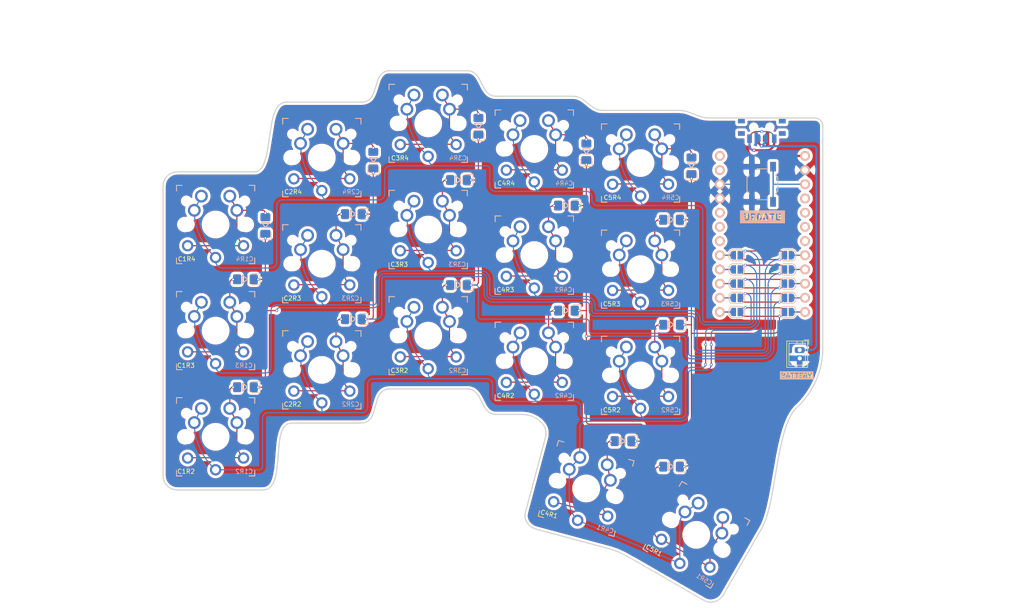
<source format=kicad_pcb>
(kicad_pcb (version 20211014) (generator pcbnew)
  (layers (0 "F.Cu" signal) (31 "B.Cu" signal) (34 "B.Paste" user) (35 "F.Paste" user) (36 "B.SilkS" user "B.Silkscreen") (37 "F.SilkS" user "F.Silkscreen") (38 "B.Mask" user) (39 "F.Mask" user) (44 "Edge.Cuts" user))
  (net 0 "")
  (net 1 "Net-(D3-Pad2)")
  (net 2 "Net-(D4-Pad2)")
  (net 3 "Net-(D5-Pad2)")
  (net 4 "Net-(D8-Pad2)")
  (net 5 "Net-(D9-Pad2)")
  (net 6 "Net-(D10-Pad2)")
  (net 7 "Net-(D13-Pad2)")
  (net 8 "Net-(D14-Pad2)")
  (net 9 "Net-(D15-Pad2)")
  (net 10 "Net-(D18-Pad2)")
  (net 11 "Net-(D19-Pad2)")
  (net 12 "Net-(D20-Pad2)")
  (net 13 "Net-(D24-Pad2)")
  (net 14 "Net-(D25-Pad2)")
  (net 15 "Net-(D26-Pad2)")
  (net 16 "Net-(D30-Pad2)")
  (net 17 "Net-(D33-Pad2)")
  (net 18 "Gnd_l")
  (net 19 "unconnected-(PSW1-Pad3)")
  (net 20 "batt_conn")
  (net 21 "batt")
  (net 22 "col1_matrix")
  (net 23 "col2_matrix")
  (net 24 "col3_matrix")
  (net 25 "col4_matrix")
  (net 26 "col5_matrix")
  (net 27 "row4_matrix")
  (net 28 "row1_matrix")
  (net 29 "row3_matrix")
  (net 30 "row2_matrix")
  (net 31 "rst")
  (net 32 "vcc")
  (footprint "local-libraries:D_1206_handsolder_reversible" (layer "F.Cu") (at 175.26 68.072 90)
    (fp_text reference "D24" hide)
    (fp_text value "D")
  )
  (footprint "local-libraries:D_1206_handsolder_reversible" (layer "F.Cu") (at 171.704 121.92 180)
    (fp_text reference "D33" hide)
    (fp_text value "D")
  )
  (footprint "local-libraries:SW_MX_choc" (layer "F.Cu") (at 156.435 125.82 -15)
    (fp_text reference "SW16" hide)
    (fp_text value "SW_Push")
  )
  (footprint "local-libraries:D_1206_handsolder_reversible" (layer "F.Cu") (at 133.604 70.614435 180)
    (fp_text reference "D14" hide)
    (fp_text value "D")
  )
  (footprint "local-libraries:kibuzzard-628DFB5F" (layer "F.Cu") (at 194.091199 105.5753)
    (fp_text reference "kibuzzard-628DFB5F" hide)
    (fp_text value "G***" hide)
  )
  (footprint "local-libraries:SW_MX_choc" (layer "F.Cu") (at 147.16 84.045)
    (fp_text reference "SW11" hide)
    (fp_text value "SW_Push")
  )
  (footprint "local-libraries:SW_MX_choc" (layer "F.Cu") (at 109.16 66.595)
    (fp_text reference "SW4" hide)
    (fp_text value "SW_Push")
  )
  (footprint "Jumper:SolderJumper-2_P1.3mm_Open_RoundedPad1.0x1.5mm" (layer "F.Cu") (at 192.531962 91.694)
    (fp_text reference "REF**" hide)
    (fp_text value "SolderJumper-2_P1.3mm_Open_RoundedPad1.0x1.5mm")
  )
  (footprint "Jumper:SolderJumper-2_P1.3mm_Open_RoundedPad1.0x1.5mm" (layer "F.Cu") (at 183.388 94.234)
    (fp_text reference "REF**" hide)
    (fp_text value "SolderJumper-2_P1.3mm_Open_RoundedPad1.0x1.5mm")
  )
  (footprint "local-libraries:SW_MX_choc" (layer "F.Cu") (at 147.16 103.045)
    (fp_text reference "SW12" hide)
    (fp_text value "SW_Push")
  )
  (footprint "Jumper:SolderJumper-2_P1.3mm_Open_RoundedPad1.0x1.5mm" (layer "F.Cu") (at 192.532 94.234)
    (fp_text reference "REF**" hide)
    (fp_text value "SolderJumper-2_P1.3mm_Open_RoundedPad1.0x1.5mm")
  )
  (footprint "local-libraries:SW_MX_choc" (layer "F.Cu") (at 128.185 60.47)
    (fp_text reference "SW7" hide)
    (fp_text value "SW_Push")
  )
  (footprint "local-libraries:SW_MX_choc" (layer "F.Cu") (at 147.16 65.045)
    (fp_text reference "SW10" hide)
    (fp_text value "SW_Push")
  )
  (footprint "local-libraries:SW_MX_choc" (layer "F.Cu") (at 90.16 78.57)
    (fp_text reference "SW1" hide)
    (fp_text value "SW_Push")
  )
  (footprint "local-libraries:D_1206_handsolder_reversible" (layer "F.Cu") (at 114.808 95.504 180)
    (fp_text reference "D10" hide)
    (fp_text value "D")
  )
  (footprint "local-libraries:kibuzzard-61F01C84" (layer "F.Cu") (at 187.96 77.216)
    (fp_text reference "kibuzzard-61F01C84" hide)
    (fp_text value "G***" hide)
  )
  (footprint "local-libraries:D_1206_handsolder_reversible" (layer "F.Cu") (at 114.808 76.708 180)
    (fp_text reference "D9" hide)
    (fp_text value "D")
  )
  (footprint "Library:n!n" (layer "F.Cu") (at 187.50281 78.994)
    (fp_text reference "REF**" hide)
    (fp_text value "n!n v2")
  )
  (footprint "local-libraries:SW_MX_choc" (layer "F.Cu") (at 166.16 67.57)
    (fp_text reference "SW13" hide)
    (fp_text value "SW_Push")
  )
  (footprint "local-libraries:D_1206_handsolder_reversible" (layer "F.Cu") (at 137.16 60.9965 90)
    (fp_text reference "D13" hide)
    (fp_text value "D")
  )
  (footprint "local-libraries:SW_MX_choc" (layer "F.Cu") (at 109.16 85.595)
    (fp_text reference "SW5" hide)
    (fp_text value "SW_Push")
  )
  (footprint "local-libraries:D_1206_handsolder_reversible" (layer "F.Cu") (at 156.464 65.5685 90)
    (fp_text reference "D18" hide)
    (fp_text value "D")
  )
  (footprint "local-libraries:D_1206_handsolder_reversible" (layer "F.Cu") (at 171.704 77.724 180)
    (fp_text reference "D25" hide)
    (fp_text value "D")
  )
  (footprint "Jumper:SolderJumper-2_P1.3mm_Open_RoundedPad1.0x1.5mm" (layer "F.Cu") (at 183.387962 91.694)
    (fp_text reference "REF**" hide)
    (fp_text value "SolderJumper-2_P1.3mm_Open_RoundedPad1.0x1.5mm")
  )
  (footprint "local-libraries:D_1206_handsolder_reversible" (layer "F.Cu") (at 118.364 67.056 90)
    (fp_text reference "D8" hide)
    (fp_text value "D")
  )
  (footprint "Jumper:SolderJumper-2_P1.3mm_Open_RoundedPad1.0x1.5mm" (layer "F.Cu") (at 192.528453 86.614)
    (fp_text reference "REF**" hide)
    (fp_text value "SolderJumper-2_P1.3mm_Open_RoundedPad1.0x1.5mm")
  )
  (footprint "local-libraries:SW_MX_choc" (layer "F.Cu") (at 176.135 134.12 -30)
    (fp_text reference "SW17" hide)
    (fp_text value locked "SW_Push")
  )
  (footprint "Jumper:SolderJumper-2_P1.3mm_Open_RoundedPad1.0x1.5mm" (layer "F.Cu") (at 183.384506 89.154)
    (fp_text reference "REF**" hide)
    (fp_text value "SolderJumper-2_P1.3mm_Open_RoundedPad1.0x1.5mm")
  )
  (footprint "local-libraries:D_1206_handsolder_reversible" (layer "F.Cu") (at 163.0315 117.348 180)
    (fp_text reference "D30" hide)
    (fp_text value "D")
  )
  (footprint "Button_Switch_SMD:SW_SPST_TL3342" (layer "F.Cu") (at 187.96 71.371 90)
    (fp_text reference "REF**" hide)
    (fp_text value "SW_SPST_TL3342")
  )
  (footprint "Jumper:SolderJumper-2_P1.3mm_Open_RoundedPad1.0x1.5mm" (layer "F.Cu") (at 183.382387 84.074)
    (fp_text reference "REF**" hide)
    (fp_text value "SolderJumper-2_P1.3mm_Open_RoundedPad1.0x1.5mm")
  )
  (footprint "Jumper:SolderJumper-2_P1.3mm_Open_RoundedPad1.0x1.5mm" (layer "F.Cu") (at 183.384453 86.614)
    (fp_text reference "REF**" hide)
    (fp_text value "SolderJumper-2_P1.3mm_Open_RoundedPad1.0x1.5mm")
  )
  (footprint "local-libraries:D_1206_handsolder_reversible" (layer "F.Cu") (at 95.504 88.392 180)
    (fp_text reference "D4" hide)
    (fp_text value "D")
  )
  (footprint "local-libraries:SW_MX_choc" (layer "F.Cu") (at 128.185 98.47)
    (fp_text reference "SW9" hide)
    (fp_text value "SW_Push")
  )
  (footprint "local-libraries:D_1206_handsolder_reversible" (layer "F.Cu") (at 99.06 78.74 90)
    (fp_text reference "D3" hide)
    (fp_text value "D")
  )
  (footprint "local-libraries:SW_MX_choc" (layer "F.Cu") (at 109.16 104.595)
    (fp_text reference "SW6" hide)
    (fp_text value "SW_Push")
  )
  (footprint "Jumper:SolderJumper-2_P1.3mm_Open_RoundedPad1.0x1.5mm" (layer "F.Cu") (at 192.526387 84.074)
    (fp_text reference "REF**" hide)
    (fp_text value "SolderJumper-2_P1.3mm_Open_RoundedPad1.0x1.5mm")
  )
  (footprint "local-libraries:D_1206_handsolder_reversible" (layer "F.Cu") (at 133.604 89.408 180)
    (fp_text reference "D15" hide)
    (fp_text value "D")
  )
  (footprint "local-libraries:D_1206_handsolder_reversible" (layer "F.Cu") (at 95.504 107.696 180)
    (fp_text reference "D5" hide)
    (fp_text value "D")
  )
  (footprint "local-libraries:SW_MX_choc" (layer "F.Cu") (at 166.16 105.57)
    (fp_text reference "SW15" hide)
    (fp_text value "SW_Push")
  )
  (footprint "local-libraries:SW_MX_choc" (layer "F.Cu") (at 90.16 97.57)
    (fp_text reference "SW2" hide)
    (fp_text value "SW_Push")
  )
  (footprint "local-libraries:SW_MX_choc" (layer "F.Cu") (at 128.185 79.47)
    (fp_text reference "SW8" hide)
    (fp_text value "SW_Push")
  )
  (footprint "local-libraries:D_1206_handsolder_reversible" (layer "F.Cu") (at 152.908 93.98 180)
    (fp_text reference "D20" hide)
    (fp_text value "D")
  )
  (footprint "Jumper:SolderJumper-2_P1.3mm_Open_RoundedPad1.0x1.5mm" (layer "F.Cu") (at 192.528506 89.154)
    (fp_text reference "REF**" hide)
    (fp_text value "SolderJumper-2_P1.3mm_Open_RoundedPad1.0x1.5mm")
  )
  (footprint "local-libraries:D_1206_handsolder_reversible" (layer "F.Cu") (at 171.704 96.52 180)
    (fp_text reference "D26" hide)
    (fp_text value "D")
  )
  (footprint "local-libraries:SW_MX_choc" (layer "F.Cu") (at 166.16 86.57)
    (fp_text reference "SW14" hide)
    (fp_text value "SW_Push")
  )
  (footprint "local-libraries:SW_MX_choc" (layer "F.Cu") (at 90.16 116.57)
    (fp_text reference "SW3" hide)
    (fp_text value "SW_Push")
  )
  (footprint "Library:JST_ZH_B2B-ZR_1x02_P1.50mm_Vertical" (layer "F.Cu") (at 194.62492 101.038188 -90)
    (fp_text reference "REF**" hide)
    (fp_text value "JST_ZH_B2B-ZR_1x02_P1.50mm_Vertical" hide)
  )
  (footprint "local-libraries:D_1206_handsolder_reversible" (layer "F.Cu") (at 152.908 75.182989 180)
    (fp_text reference "D19" hide)
    (fp_text value "D")
  )
  (footprint "local-libraries:Switch_MSK-12C01-07" (layer "F.Cu") (at 187.849277 61.163185 180)
    (fp_text reference "PSW1" hide)
    (fp_text value "SW_DPDT_x2")
  )
  (footprint "local-libraries:kibuzzard-61F01C84" (layer "B.Cu") (at 187.96 77.216 180)
    (fp_text reference "kibuzzard-61F01C84" hide)
    (fp_text value "G***" hide)
  )
  (footprint "Jumper:SolderJumper-2_P1.3mm_Open_RoundedPad1.0x1.5mm" (layer "B.Cu") (at 192.526387 84.074 180)
    (fp_text reference "REF**" hide)
    (fp_text value "SolderJumper-2_P1.3mm_Open_RoundedPad1.0x1.5mm")
  )
  (footprint "Jumper:SolderJumper-2_P1.3mm_Open_RoundedPad1.0x1.5mm" (layer "B.Cu") (at 183.388 94.234 180)
    (fp_text reference "REF**" hide)
    (fp_text value "SolderJumper-2_P1.3mm_Open_RoundedPad1.0x1.5mm")
  )
  (footprint "Jumper:SolderJumper-2_P1.3mm_Open_RoundedPad1.0x1.5mm" (layer "B.Cu") (at 192.532 94.234 180)
    (fp_text reference "REF**" hide)
    (fp_text value "SolderJumper-2_P1.3mm_Open_RoundedPad1.0x1.5mm")
  )
  (footprint "Jumper:SolderJumper-2_P1.3mm_Open_RoundedPad1.0x1.5mm" (layer "B.Cu") (at 183.384506 89.154 180)
    (fp_text reference "REF**" hide)
    (fp_text value "SolderJumper-2_P1.3mm_Open_RoundedPad1.0x1.5mm")
  )
  (footprint "Jumper:SolderJumper-2_P1.3mm_Open_RoundedPad1.0x1.5mm" (layer "B.Cu") (at 183.382387 84.074 180)
    (fp_text reference "REF**" hide)
    (fp_text value "SolderJumper-2_P1.3mm_Open_RoundedPad1.0x1.5mm")
  )
  (footprint "Jumper:SolderJumper-2_P1.3mm_Open_RoundedPad1.0x1.5mm" (layer "B.Cu") (at 192.528453 86.614 180)
    (fp_text reference "REF**" hide)
    (fp_text value "SolderJumper-2_P1.3mm_Open_RoundedPad1.0x1.5mm")
  )
  (footprint "local-libraries:kibuzzard-628DFB5F" (layer "B.Cu") (at 194.071624 105.573665 180)
    (fp_text reference "kibuzzard-628DFB5F" hide)
    (fp_text value "G***" hide)
  )
  (footprint "Button_Switch_SMD:SW_SPST_TL3342" (layer "B.Cu") (at 187.96 71.371 90)
    (fp_text reference "REF**" hide)
    (fp_text value "SW_SPST_TL3342")
  )
  (footprint "Jumper:SolderJumper-2_P1.3mm_Open_RoundedPad1.0x1.5mm" (layer "B.Cu") (at 183.384453 86.614 180)
    (fp_text reference "REF**" hide)
    (fp_text value "SolderJumper-2_P1.3mm_Open_RoundedPad1.0x1.5mm")
  )
  (footprint "Jumper:SolderJumper-2_P1.3mm_Open_RoundedPad1.0x1.5mm" (layer "B.Cu") (at 192.531962 91.690649 180)
    (fp_text reference "REF**" hide)
    (fp_text value "SolderJumper-2_P1.3mm_Open_RoundedPad1.0x1.5mm")
  )
  (footprint "Jumper:SolderJumper-2_P1.3mm_Open_RoundedPad1.0x1.5mm" (layer "B.Cu") (at 192.528506 89.154 180)
    (fp_text reference "REF**" hide)
    (fp_text value "SolderJumper-2_P1.3mm_Open_RoundedPad1.0x1.5mm")
  )
  (footprint "Jumper:SolderJumper-2_P1.3mm_Open_RoundedPad1.0x1.5mm" (layer "B.Cu") (at 183.387962 91.690649 180)
    (fp_text reference "REF**" hide)
    (fp_text value "SolderJumper-2_P1.3mm_Open_RoundedPad1.0x1.5mm")
  )
  (gr_line (start 117.222355 113.875207) (end 117.627719 113.586705) (layer "Edge.Cuts") (width 0.2))
  (gr_line (start 121.12413 51.039993) (end 135.15482 51.039993) (layer "Edge.Cuts") (width 0.2))
  (gr_line (start 145.520417 131.099187) (end 145.483635 130.606259) (layer "Edge.Cuts") (width 0.2))
  (gr_line (start 100.83809 58.229267) (end 101.078874 57.764766) (layer "Edge.Cuts") (width 0.2))
  (gr_line (start 116.832279 56.608401) (end 117.329057 56.429322) (layer "Edge.Cuts") (width 0.2))
  (gr_line (start 117.627719 113.586705) (end 117.952659 113.201936) (layer "Edge.Cuts") (width 0.2))
  (gr_line (start 98.562623 126.089891) (end 83.32993 126.089891) (layer "Edge.Cuts") (width 0.2))
  (gr_line (start 116.236668 56.669176) (end 103.606355 56.669176) (layer "Edge.Cuts") (width 0.2))
  (gr_line (start 82.795697 69.192806) (end 83.32993 69.140033) (layer "Edge.Cuts") (width 0.2))
  (gr_line (start 101.078874 57.764766) (end 101.34837 57.376742) (layer "Edge.Cuts") (width 0.2))
  (gr_line (start 187.860528 132.927035) (end 188.113223 132.447508) (layer "Edge.Cuts") (width 0.2))
  (gr_line (start 100.434872 59.366265) (end 100.624121 58.765023) (layer "Edge.Cuts") (width 0.2))
  (gr_line (start 98.562623 126.089891) (end 98.949573 126.060081) (layer "Edge.Cuts") (width 0.2))
  (gr_line (start 99.895309 125.620976) (end 100.142576 125.364262) (layer "Edge.Cuts") (width 0.2))
  (gr_line (start 117.952659 113.201936) (end 118.210699 112.737085) (layer "Edge.Cuts") (width 0.2))
  (gr_line (start 163.154957 137.628131) (end 165.491769 138.920546) (layer "Edge.Cuts") (width 0.2))
  (gr_line (start 174.45659 58.342768) (end 175.722303 58.819951) (layer "Edge.Cuts") (width 0.2))
  (gr_line (start 192.247933 114.551775) (end 192.541727 113.801583) (layer "Edge.Cuts") (width 0.2))
  (gr_line (start 80.755 109.714887) (end 80.755 85.515037) (layer "Edge.Cuts") (width 0.2))
  (gr_line (start 120.262612 108.229704) (end 120.75939 108.050626) (layer "Edge.Cuts") (width 0.2))
  (gr_line (start 82.314422 125.884626) (end 82.795697 126.037117) (layer "Edge.Cuts") (width 0.2))
  (gr_line (start 99.34212 65.78124) (end 99.473373 65.068105) (layer "Edge.Cuts") (width 0.2))
  (gr_line (start 177.442977 145.820456) (end 177.932018 146.041863) (layer "Edge.Cuts") (width 0.2))
  (gr_line (start 160.683742 136.638669) (end 161.948057 137.068532) (layer "Edge.Cuts") (width 0.2))
  (gr_line (start 97.12975 69.140033) (end 97.486926 69.094975) (layer "Edge.Cuts") (width 0.2))
  (gr_line (start 120.030276 51.441772) (end 120.361887 51.219583) (layer "Edge.Cuts") (width 0.2))
  (gr_line (start 101.127323 122.366468) (end 101.246847 121.25513) (layer "Edge.Cuts") (width 0.2))
  (gr_line (start 116.725577 114.054286) (end 117.222355 113.875207) (layer "Edge.Cuts") (width 0.2))
  (gr_line (start 101.337017 120.102476) (end 101.526432 117.838484) (layer "Edge.Cuts") (width 0.2))
  (gr_line (start 119.22013 52.601287) (end 119.460914 52.136786) (layer "Edge.Cuts") (width 0.2))
  (gr_line (start 99.300121 125.971076) (end 99.614988 125.824078) (layer "Edge.Cuts") (width 0.2))
  (gr_line (start 159.329778 58.140055) (end 173.129852 58.140055) (layer "Edge.Cuts") (width 0.2))
  (gr_line (start 139.84397 55.569647) (end 140.329816 55.615041) (layer "Edge.Cuts") (width 0.2))
  (gr_line (start 178.425053 146.150435) (end 178.916054 146.157642) (layer "Edge.Cuts") (width 0.2))
  (gr_line (start 99.473373 65.068105) (end 100.268087 60.026765) (layer "Edge.Cuts") (width 0.2))
  (gr_line (start 119.274268 109.367826) (end 119.532308 108.902976) (layer "Edge.Cuts") (width 0.2))
  (gr_line (start 137.742318 110.277375) (end 138.191308 111.142345) (layer "Edge.Cuts") (width 0.2))
  (gr_line (start 148.937628 114.691475) (end 148.725559 114.354902) (layer "Edge.Cuts") (width 0.2))
  (gr_line (start 154.508073 55.640094) (end 154.866717 55.713916) (layer "Edge.Cuts") (width 0.2))
  (gr_line (start 173.803917 58.193302) (end 174.45659 58.342768) (layer "Edge.Cuts") (width 0.2))
  (gr_line (start 81.511688 125.333204) (end 81.885594 125.645364) (layer "Edge.Cuts") (width 0.2))
  (gr_line (start 138.44225 54.585802) (end 138.724322 54.933008) (layer "Edge.Cuts") (width 0.2))
  (gr_line (start 139.417783 55.435889) (end 139.84397 55.569647) (layer "Edge.Cuts") (width 0.2))
  (gr_line (start 101.34837 57.376742) (end 101.648236 57.069752) (layer "Edge.Cuts") (width 0.2))
  (gr_line (start 135.640667 51.085387) (end 136.066854 51.219145) (layer "Edge.Cuts") (width 0.2))
  (gr_line (start 157.927709 57.763634) (end 158.592952 58.041179) (layer "Edge.Cuts") (width 0.2))
  (gr_line (start 188.579629 131.309064) (end 188.794369 130.653736) (layer "Edge.Cuts") (width 0.2))
  (gr_line (start 118.417168 112.210504) (end 118.742483 111.052456) (layer "Edge.Cuts") (width 0.2))
  (gr_line (start 81.885594 69.58456) (end 82.314422 69.345298) (layer "Edge.Cuts") (width 0.2))
  (gr_line (start 146.733587 112.885414) (end 145.900097 112.647148) (layer "Edge.Cuts") (width 0.2))
  (gr_line (start 177.932018 146.041863) (end 178.425053 146.150435) (layer "Edge.Cuts") (width 0.2))
  (gr_line (start 137.042387 52.069232) (end 137.293329 52.462547) (layer "Edge.Cuts") (width 0.2))
  (gr_line (start 189.888575 125.734523) (end 190.214153 123.833595) (layer "Edge.Cuts") (width 0.2))
  (gr_line (start 137.293329 52.462547) (end 137.742318 53.327517) (layer "Edge.Cuts") (width 0.2))
  (gr_line (start 136.760315 51.722025) (end 137.042387 52.069232) (layer "Edge.Cuts") (width 0.2))
  (gr_line (start 119.857248 108.518206) (end 120.262612 108.229704) (layer "Edge.Cuts") (width 0.2))
  (gr_line (start 97.486926 69.094975) (end 97.813661 68.960443) (layer "Edge.Cuts") (width 0.2))
  (gr_line (start 149.251894 115.848553) (end 149.206825 115.437906) (layer "Edge.Cuts") (width 0.2))
  (gr_line (start 187.860528 132.927035) (end 180.960364 144.877989) (layer "Edge.Cuts") (width 0.2))
  (gr_line (start 103.606355 56.669176) (end 102.74209 56.667973) (layer "Edge.Cuts") (width 0.2))
  (gr_line (start 100.545434 124.702501) (end 100.705367 124.304724) (layer "Edge.Cuts") (width 0.2))
  (gr_line (start 119.73041 51.748762) (end 120.030276 51.441772) (layer "Edge.Cuts") (width 0.2))
  (gr_line (start 101.648236 57.069752) (end 101.979847 56.847563) (layer "Edge.Cuts") (width 0.2))
  (gr_line (start 135.15482 107.989851) (end 121.355 107.989851) (layer "Edge.Cuts") (width 0.2))
  (gr_line (start 145.566755 130.077437) (end 149.138503 116.747771) (layer "Edge.Cuts") (width 0.2))
  (gr_line (start 179.39594 146.074258) (end 179.853226 145.90653) (layer "Edge.Cuts") (width 0.2))
  (gr_line (start 80.755 71.714963) (end 80.807774 71.18073) (layer "Edge.Cuts") (width 0.2))
  (gr_line (start 193.585004 111.925281) (end 193.993555 111.443429) (layer "Edge.Cuts") (width 0.2))
  (gr_line (start 147.501205 113.261235) (end 146.733587 112.885414) (layer "Edge.Cuts") (width 0.2))
  (gr_line (start 100.358596 125.056952) (end 100.545434 124.702501) (layer "Edge.Cuts") (width 0.2))
  (gr_line (start 137.042387 109.01909) (end 137.293329 109.412405) (layer "Edge.Cuts") (width 0.2))
  (gr_line (start 100.268087 60.026765) (end 100.434872 59.366265) (layer "Edge.Cuts") (width 0.2))
  (gr_line (start 120.361887 51.219583) (end 120.726284 51.085051) (layer "Edge.Cuts") (width 0.2))
  (gr_line (start 80.960265 124.530469) (end 81.199528 124.959297) (layer "Edge.Cuts") (width 0.2))
  (gr_line (start 173.129852 58.140055) (end 173.803917 58.193302) (layer "Edge.Cuts") (width 0.2))
  (gr_line (start 177.640689 59.4466) (end 178.314754 59.499847) (layer "Edge.Cuts") (width 0.2))
  (gr_line (start 149.206825 115.437906) (end 149.100121 115.052389) (layer "Edge.Cuts") (width 0.2))
  (gr_line (start 99.024726 67.042983) (end 99.193349 66.441741) (layer "Edge.Cuts") (width 0.2))
  (gr_line (start 154.12989 55.615041) (end 154.508073 55.640094) (layer "Edge.Cuts") (width 0.2))
  (gr_line (start 81.885594 125.645364) (end 82.314422 125.884626) (layer "Edge.Cuts") (width 0.2))
  (gr_line (start 135.640667 108.035245) (end 136.066854 108.169003) (layer "Edge.Cuts") (width 0.2))
  (gr_line (start 117.329057 56.429322) (end 117.734421 56.14082) (layer "Edge.Cuts") (width 0.2))
  (gr_line (start 102.833847 114.380874) (end 103.11083 114.233876) (layer "Edge.Cuts") (width 0.2))
  (gr_line (start 101.886129 115.900228) (end 102.184912 115.148) (layer "Edge.Cuts") (width 0.2))
  (gr_line (start 145.900097 112.647148) (end 145.015203 112.564899) (layer "Edge.Cuts") (width 0.2))
  (gr_line (start 120.726284 51.085051) (end 121.12413 51.039993) (layer "Edge.Cuts") (width 0.2))
  (gr_line (start 191.977467 115.354158) (end 192.247933 114.551775) (layer "Edge.Cuts") (width 0.2))
  (gr_line (start 100.954499 123.395939) (end 101.127323 122.366468) (layer "Edge.Cuts") (width 0.2))
  (gr_line (start 139.417783 112.385747) (end 139.84397 112.519505) (layer "Edge.Cuts") (width 0.2))
  (gr_line (start 81.511688 69.89672) (end 81.885594 69.58456) (layer "Edge.Cuts") (width 0.2))
  (gr_line (start 146.194556 132.347682) (end 145.890748 131.974081) (layer "Edge.Cuts") (width 0.2))
  (gr_line (start 180.274844 145.654791) (end 180.647542 145.31425) (layer "Edge.Cuts") (width 0.2))
  (gr_line (start 98.110589 68.738254) (end 98.378708 68.431264) (layer "Edge.Cuts") (width 0.2))
  (gr_line (start 189.191135 129.185361) (end 189.552057 127.532985) (layer "Edge.Cuts") (width 0.2))
  (gr_line (start 118.52387 54.764619) (end 119.22013 52.601287) (layer "Edge.Cuts") (width 0.2))
  (gr_line (start 137.742318 53.327517) (end 138.191308 54.192487) (layer "Edge.Cuts") (width 0.2))
  (gr_line (start 101.673568 116.809013) (end 101.886129 115.900228) (layer "Edge.Cuts") (width 0.2))
  (gr_line (start 117.734421 56.14082) (end 118.059361 55.756051) (layer "Edge.Cuts") (width 0.2))
  (gr_line (start 135.15482 51.039993) (end 135.640667 51.085387) (layer "Edge.Cuts") (width 0.2))
  (gr_line (start 118.742483 111.052456) (end 119.067799 109.894408) (layer "Edge.Cuts") (width 0.2))
  (gr_line (start 98.949573 126.060081) (end 99.300121 125.971076) (layer "Edge.Cuts") (width 0.2))
  (gr_line (start 138.44225 111.53566) (end 138.724322 111.882866) (layer "Edge.Cuts") (width 0.2))
  (gr_line (start 81.199528 124.959297) (end 81.511688 125.333204) (layer "Edge.Cuts") (width 0.2))
  (gr_line (start 139.046779 112.170259) (end 139.417783 112.385747) (layer "Edge.Cuts") (width 0.2))
  (gr_line (start 190.214153 123.833595) (end 190.894399 119.919088) (layer "Edge.Cuts") (width 0.2))
  (gr_line (start 102.372473 114.84069) (end 102.588206 114.583976) (layer "Edge.Cuts") (width 0.2))
  (gr_line (start 176.988017 59.297134) (end 177.640689 59.4466) (layer "Edge.Cuts") (width 0.2))
  (gr_line (start 136.066854 51.219145) (end 136.437858 51.434633) (layer "Edge.Cuts") (width 0.2))
  (gr_line (start 197.269051 59.499847) (end 178.314754 59.499847) (layer "Edge.Cuts") (width 0.2))
  (gr_line (start 118.059361 55.756051) (end 118.317401 55.2912) (layer "Edge.Cuts") (width 0.2))
  (gr_line (start 116.129966 114.115061) (end 116.725577 114.054286) (layer "Edge.Cuts") (width 0.2))
  (gr_line (start 100.624121 58.765023) (end 100.83809 58.229267) (layer "Edge.Cuts") (width 0.2))
  (gr_line (start 138.191308 54.192487) (end 138.44225 54.585802) (layer "Edge.Cuts") (width 0.2))
  (gr_line (start 138.724322 111.882866) (end 139.046779 112.170259) (layer "Edge.Cuts") (width 0.2))
  (gr_line (start 140.329816 55.615041) (end 154.12989 55.615041) (layer "Edge.Cuts") (width 0.2))
  (gr_line (start 147.498856 133.105783) (end 160.683742 136.638669) (layer "Edge.Cuts") (width 0.2))
  (gr_line (start 102.588206 114.583976) (end 102.833847 114.380874) (layer "Edge.Cuts") (width 0.2))
  (gr_line (start 80.960265 70.699455) (end 81.199528 70.270626) (layer "Edge.Cuts") (width 0.2))
  (gr_line (start 191.728043 116.202278) (end 191.977467 115.354158) (layer "Edge.Cuts") (width 0.2))
  (gr_line (start 188.352791 131.907721) (end 188.579629 131.309064) (layer "Edge.Cuts") (width 0.2))
  (gr_line (start 101.246847 121.25513) (end 101.337017 120.102476) (layer "Edge.Cuts") (width 0.2))
  (gr_line (start 138.191308 111.142345) (end 138.44225 111.53566) (layer "Edge.Cuts") (width 0.2))
  (gr_line (start 101.526432 117.838484) (end 101.673568 116.809013) (layer "Edge.Cuts") (width 0.2))
  (gr_line (start 158.951596 58.115001) (end 159.329778 58.140055) (layer "Edge.Cuts") (width 0.2))
  (gr_line (start 190.894399 119.919088) (end 191.283042 118.00924) (layer "Edge.Cuts") (width 0.2))
  (gr_line (start 98.378708 68.431264) (end 98.619334 68.04324) (layer "Edge.Cuts") (width 0.2))
  (gr_line (start 179.853226 145.90653) (end 180.274844 145.654791) (layer "Edge.Cuts") (width 0.2))
  (gr_line (start 82.314422 69.345298) (end 82.795697 69.192806) (layer "Edge.Cuts") (width 0.2))
  (gr_line (start 136.437858 51.434633) (end 136.760315 51.722025) (layer "Edge.Cuts") (width 0.2))
  (gr_line (start 198.745489 60.971817) (end 198.745489 101.547316) (layer "Edge.Cuts") (width 0.2))
  (gr_line (start 98.834063 67.578739) (end 99.024726 67.042983) (layer "Edge.Cuts") (width 0.2))
  (gr_line (start 80.755 85.515037) (end 80.755 71.714963) (layer "Edge.Cuts") (width 0.2))
  (gr_line (start 116.236668 56.669176) (end 116.832279 56.608401) (layer "Edge.Cuts") (width 0.2))
  (gr_line (start 139.84397 112.519505) (end 140.329816 112.564899) (layer "Edge.Cuts") (width 0.2))
  (gr_line (start 119.460914 52.136786) (end 119.73041 51.748762) (layer "Edge.Cuts") (width 0.2))
  (gr_line (start 118.317401 55.2912) (end 118.52387 54.764619) (layer "Edge.Cuts") (width 0.2))
  (gr_line (start 80.755 123.514961) (end 80.755 109.714887) (layer "Edge.Cuts") (width 0.2))
  (gr_line (start 98.619334 68.04324) (end 98.834063 67.578739) (layer "Edge.Cuts") (width 0.2))
  (gr_line (start 154.866717 55.713916) (end 155.53196 55.991461) (layer "Edge.Cuts") (width 0.2))
  (gr_line (start 193.208158 112.48251) (end 193.585004 111.925281) (layer "Edge.Cuts") (width 0.2))
  (gr_line (start 188.997858 129.944652) (end 189.191135 129.185361) (layer "Edge.Cuts") (width 0.2))
  (gr_line (start 145.890748 131.974081) (end 145.661631 131.555986) (layer "Edge.Cuts") (width 0.2))
  (gr_line (start 82.795697 126.037117) (end 83.32993 126.089891) (layer "Edge.Cuts") (width 0.2))
  (gr_line (start 80.807774 124.049194) (end 80.960265 124.530469) (layer "Edge.Cuts") (width 0.2))
  (gr_line (start 149.138503 116.747771) (end 149.230301 116.284986) (layer "Edge.Cuts") (width 0.2))
  (gr_line (start 191.283042 118.00924) (end 191.728043 116.202278) (layer "Edge.Cuts") (width 0.2))
  (gr_line (start 155.53196 55.991461) (end 156.144656 56.400162) (layer "Edge.Cuts") (width 0.2))
  (gr_line (start 99.614988 125.824078) (end 99.895309 125.620976) (layer "Edge.Cuts") (width 0.2))
  (gr_line (start 119.067799 109.894408) (end 119.274268 109.367826) (layer "Edge.Cuts") (width 0.2))
  (gr_line (start 138.724322 54.933008) (end 139.046779 55.220401) (layer "Edge.Cuts") (width 0.2))
  (gr_line (start 101.979847 56.847563) (end 102.344244 56.713031) (layer "Edge.Cuts") (width 0.2))
  (gr_line (start 81.199528 70.270626) (end 81.511688 69.89672) (layer "Edge.Cuts") (width 0.2))
  (gr_line (start 161.948057 137.068532) (end 163.154957 137.628131) (layer "Edge.Cuts") (width 0.2))
  (gr_line (start 178.916054 146.157642) (end 179.39594 146.074258) (layer "Edge.Cuts") (width 0.2))
  (gr_line (start 99.193349 66.441741) (end 99.34212 65.78124) (layer "Edge.Cuts") (width 0.2))
  (gr_line (start 157.315013 57.354934) (end 157.927709 57.763634) (layer "Edge.Cuts") (width 0.2))
  (gr_line (start 102.184912 115.148) (end 102.372473 114.84069) (layer "Edge.Cuts") (width 0.2))
  (gr_line (start 80.755 123.514961) (end 80.807774 124.049194) (layer "Edge.Cuts") (width 0.2))
  (gr_line (start 146.56508 132.667883) (end 146.194556 132.347682) (layer "Edge.Cuts") (width 0.2))
  (gr_line (start 158.592952 58.041179) (end 158.951596 58.115001) (layer "Edge.Cuts") (width 0.2))
  (gr_line (start 136.437858 108.384491) (end 136.760315 108.671883) (layer "Edge.Cuts") (width 0.2))
  (gr_arc (start 197.269051 59.499847) (mid 198.325348 59.916789) (end 198.745489 60.971817) (layer "Edge.Cuts") (width 0.2))
  (gr_line (start 80.807774 71.18073) (end 80.960265 70.699455) (layer "Edge.Cuts") (width 0.2))
  (gr_line (start 149.100121 115.052389) (end 148.937628 114.691475) (layer "Edge.Cuts") (width 0.2))
  (gr_line (start 103.11083 114.233876) (end 103.42024 114.144871) (layer "Edge.Cuts") (width 0.2))
  (gr_line (start 147.498856 133.105783) (end 146.999576 132.923894) (layer "Edge.Cuts") (width 0.2))
  (gr_line (start 145.483635 130.606259) (end 145.566755 130.077437) (layer "Edge.Cuts") (width 0.2))
  (gr_line (start 149.230301 116.284986) (end 149.251894 115.848553) (layer "Edge.Cuts") (width 0.2))
  (gr_arc (start 198.745489 101.547316) (mid 197.335786 106.959355) (end 193.993555 111.443429) (layer "Edge.Cuts") (width 0.2))
  (gr_line (start 148.725559 114.354902) (end 148.177396 113.755681) (layer "Edge.Cuts") (width 0.2))
  (gr_line (start 145.661631 131.555986) (end 145.520417 131.099187) (layer "Edge.Cuts") (width 0.2))
  (gr_line (start 116.129966 114.115061) (end 103.762765 114.115061) (layer "Edge.Cuts") (width 0.2))
  (gr_line (start 189.552057 127.532985) (end 189.888575 125.734523) (layer "Edge.Cuts") (width 0.2))
  (gr_line (start 103.42024 114.144871) (end 103.762765 114.115061) (layer "Edge.Cuts") (width 0.2))
  (gr_line (start 180.647542 145.31425) (end 180.960364 144.877989) (layer "Edge.Cuts") (width 0.2))
  (gr_line (start 136.760315 108.671883) (end 137.042387 109.01909) (layer "Edge.Cuts") (width 0.2))
  (gr_line (start 97.813661 68.960443) (end 98.110589 68.738254) (layer "Edge.Cuts") (width 0.2))
  (gr_line (start 177.442977 145.820456) (end 165.491769 138.920546) (layer "Edge.Cuts") (width 0.2))
  (gr_line (start 100.705367 124.304724) (end 100.954499 123.395939) (layer "Edge.Cuts") (width 0.2))
  (gr_line (start 120.75939 108.050626) (end 121.355 107.989851) (layer "Edge.Cuts") (width 0.2))
  (gr_line (start 83.32993 69.140033) (end 97.12975 69.140033) (layer "Edge.Cuts") (width 0.2))
  (gr_line (start 175.722303 58.819951) (end 176.988017 59.297134) (layer "Edge.Cuts") (width 0.2))
  (gr_line (start 188.113223 132.447508) (end 188.352791 131.907721) (layer "Edge.Cuts") (width 0.2))
  (gr_line (start 137.293329 109.412405) (end 137.742318 110.277375) (layer "Edge.Cuts") (width 0.2))
  (gr_line (start 118.210699 112.737085) (end 118.417168 112.210504) (layer "Edge.Cuts") (width 0.2))
  (gr_line (start 156.144656 56.400162) (end 156.729834 56.877548) (layer "Edge.Cuts") (width 0.2))
  (gr_line (start 148.177396 113.755681) (end 147.501205 113.261235) (layer "Edge.Cuts") (width 0.2))
  (gr_line (start 192.541727 113.801583) (end 192.861084 113.109832) (layer "Edge.Cuts") (width 0.2))
  (gr_line (start 145.015203 112.564899) (end 140.329816 112.564899) (layer "Edge.Cuts") (width 0.2))
  (gr_line (start 119.532308 108.902976) (end 119.857248 108.518206) (layer "Edge.Cuts") (width 0.2))
  (gr_line (start 146.999576 132.923894) (end 146.56508 132.667883) (layer "Edge.Cuts") (width 0.2))
  (gr_line (start 188.794369 130.653736) (end 188.997858 129.944652) (layer "Edge.Cuts") (width 0.2))
  (gr_line (start 136.066854 108.169003) (end 136.437858 108.384491) (layer "Edge.Cuts") (width 0.2))
  (gr_line (start 102.344244 56.713031) (end 102.74209 56.667973) (layer "Edge.Cuts") (width 0.2))
  (gr_line (start 192.861084 113.109832) (end 193.208158 112.48251) (layer "Edge.Cuts") (width 0.2))
  (gr_line (start 135.15482 107.989851) (end 135.640667 108.035245) (layer "Edge.Cuts") (width 0.2))
  (gr_line (start 139.046779 55.220401) (end 139.417783 55.435889) (layer "Edge.Cuts") (width 0.2))
  (gr_line (start 156.729834 56.877548) (end 157.315013 57.354934) (layer "Edge.Cuts") (width 0.2))
  (gr_line (start 100.142576 125.364262) (end 100.358596 125.056952) (layer "Edge.Cuts") (width 0.2))
  (gr_text "C1R3" (at 95.235 103.795) (layer "B.SilkS") (effects (font (size 0.8 0.8) (thickness 0.12)) (justify mirror)))
  (gr_text "C3R3" (at 133.385 85.725) (layer "B.SilkS") (effects (font (size 0.8 0.8) (thickness 0.12)) (justify mirror)))
  (gr_text "C2R2" (at 114.305 110.75) (layer "B.SilkS") (effects (font (size 0.8 0.8) (thickness 0.12)) (justify mirror)))
  (gr_text "C4R2" (at 152.4 109.22) (layer "B.SilkS") (effects (font (size 0.8 0.8) (thickness 0.12)) (justify mirror)))
  (gr_text "C5R2" (at 171.41 111.77) (layer "B.SilkS") (effects (font (size 0.8 0.8) (thickness 0.12)) (justify mirror)))
  (gr_text "C2R4" (at 114.405 72.725) (layer "B.SilkS") (effects (font (size 0.8 0.8) (thickness 0.12)) (justify mirror)))
  (gr_text "C1R4" (at 95.36 84.745) (layer "B.SilkS") (effects (font (size 0.8 0.8) (thickness 0.12)) (justify mirror)))
  (gr_text "C4R3" (at 152.375 90.245) (layer "B.SilkS") (effects (font (size 0.8 0.8) (thickness 0.12)) (justify mirror)))
  (gr_text "C5R4" (at 171.51 73.745) (layer "B.SilkS") (effects (font (size 0.8 0.8) (thickness 0.12)) (justify mirror)))
  (gr_text "C1R2" (at 95.26 122.77) (layer "B.SilkS") (effects (font (size 0.8 0.8) (thickness 0.12)) (justify mirror)))
  (gr_text "C3R2" (at 133.41 104.7) (layer "B.SilkS") (effects (font (size 0.8 0.8) (thickness 0.12)) (justify mirror)))
  (gr_text "C4R1" (at 159.825 133.095 -15) (layer "B.SilkS") (effects (font (size 0.8 0.8) (thickness 0.12)) (justify mirror)))
  (gr_text "C2R3" (at 114.28 91.775) (layer "B.SilkS") (effects (font (size 0.8 0.8) (thickness 0.12)) (justify mirror)))
  (gr_text "C5R1" (at 177.535 142.085 -30) (layer "B.SilkS") (effects (font (size 0.8 0.8) (thickness 0.12)) (justify mirror)))
  (gr_text "C3R4" (at 133.51 66.675) (layer "B.SilkS") (effects (font (size 0.8 0.8) (thickness 0.12)) (justify mirror)))
  (gr_text "C5R3" (at 171.385 92.795) (layer "B.SilkS") (effects (font (size 0.8 0.8) (thickness 0.12)) (justify mirror)))
  (gr_text "C4R4" (at 152.5 71.195) (layer "B.SilkS") (effects (font (size 0.8 0.8) (thickness 0.12)) (justify mirror)))
  (gr_text "C1R3" (at 84.86 103.795) (layer "F.SilkS") (effects (font (size 0.8 0.8) (thickness 0.12))))
  (gr_text "C3R4" (at 123.135 66.675) (layer "F.SilkS") (effects (font (size 0.8 0.8) (thickness 0.12))))
  (gr_text "C5R3" (at 161.01 92.795) (layer "F.SilkS") (effects (font (size 0.8 0.8) (thickness 0.12))))
  (gr_text "C4R3" (at 142 90.245) (layer "F.SilkS") (effects (font (size 0.8 0.8) (thickness 0.12))))
  (gr_text "C2R4" (at 104.03 72.725) (layer "F.SilkS") (effects (font (size 0.8 0.8) (thickness 0.12))))
  (gr_text "C2R2" (at 103.93 110.75) (layer "F.SilkS") (effects (font (size 0.8 0.8) (thickness 0.12))))
  (gr_text "C3R3" (at 123.01 85.725) (layer "F.SilkS") (effects (font (size 0.8 0.8) (thickness 0.12))))
  (gr_text "C4R4" (at 142.125 71.195) (layer "F.SilkS") (effects (font (size 0.8 0.8) (thickness 0.12))))
  (gr_text "C1R2" (at 84.885 122.77) (layer "F.SilkS") (effects (font (size 0.8 0.8) (thickness 0.12))))
  (gr_text "C2R3" (at 103.905 91.775) (layer "F.SilkS") (effects (font (size 0.8 0.8) (thickness 0.12))))
  (gr_text "C1R4" (at 84.985 84.745) (layer "F.SilkS") (effects (font (size 0.8 0.8) (thickness 0.12))))
  (gr_text "C3R2" (at 123.035 104.7) (layer "F.SilkS") (effects (font (size 0.8 0.8) (thickness 0.12))))
  (gr_text "C4R2" (at 142.025 109.22) (layer "F.SilkS") (effects (font (size 0.8 0.8) (thickness 0.12))))
  (gr_text "C5R4" (at 161.135 73.745) (layer "F.SilkS") (effects (font (size 0.8 0.8) (thickness 0.12))))
  (gr_text "C4R1" (at 149.80352 130.409752 -15) (layer "F.SilkS") (effects (font (size 0.8 0.8) (thickness 0.12))))
  (gr_text "C5R2" (at 161.035 111.77) (layer "F.SilkS") (effects (font (size 0.8 0.8) (thickness 0.12))))
  (gr_text "C5R1" (at 168.549988 136.8975 -30) (layer "F.SilkS") (effects (font (size 0.8 0.8) (thickness 0.12))))
  (segment (start 184.912 93.472) (end 191.12 93.472) (width 0.2) (layer "F.Cu") (net 0))
  (via (at 184.912 93.472) (size 0.5) (drill 0.3) (layers "F.Cu" "B.Cu") (net 0))
  (arc (start 191.12 93.472) (mid 191.658815 93.695185) (end 191.882 94.234) (width 0.2) (layer "F.Cu") (net 0))
  (arc (start 184.8 93.472) (mid 184.261185 93.695185) (end 184.038 94.234) (width 0.2) (layer "B.Cu") (net 0))
  (segment (start 93.97 79.497086) (end 93.97 76.03) (width 0.2) (layer "F.Cu") (net 1))
  (segment (start 92.7 73.49) (end 93.97 76.03) (width 0.2) (layer "F.Cu") (net 1))
  (segment (start 85.16 82.37) (end 95.16 82.37) (width 0.2) (layer "F.Cu") (net 1))
  (segment (start 98.55 76.03) (end 93.97 76.03) (width 0.2) (layer "F.Cu") (net 1))
  (arc (start 99.06 76.54) (mid 98.910624 76.179376) (end 98.55 76.03) (width 0.2) (layer "F.Cu") (net 1))
  (arc (start 95.16 82.37) (mid 94.279272 81.051897) (end 93.97 79.497086) (width 0.2) (layer "F.Cu") (net 1))
  (segment (start 92.7 88.996) (end 92.7 92.49) (width 0.2) (layer "F.Cu") (net 2))
  (segment (start 93.97 95.03) (end 93.97 98.497086) (width 0.2) (layer "F.Cu") (net 2))
  (segment (start 92.7 92.49) (end 93.97 95.03) (width 0.2) (layer "F.Cu") (net 2))
  (segment (start 95.16 101.37) (end 85.16 101.37) (width 0.2) (layer "F.Cu") (net 2))
  (arc (start 93.304 88.392) (mid 92.876908 88.568908) (end 92.7 88.996) (width 0.2) (layer "F.Cu") (net 2))
  (arc (start 93.97 98.497086) (mid 94.27927 100.051895) (end 95.16 101.37) (width 0.2) (layer "F.Cu") (net 2))
  (segment (start 93.3025 111.49) (end 92.7 111.49) (width 0.2) (layer "F.Cu") (net 3))
  (segment (start 93.97 114.03) (end 93.97 117.497086) (width 0.2) (layer "F.Cu") (net 3))
  (segment (start 85.219511 120.310489) (end 95.100489 120.310489) (width 0.2) (layer "F.Cu") (net 3))
  (segment (start 92.7 111.49) (end 93.97 114.03) (width 0.2) (layer "F.Cu") (net 3))
  (segment (start 92.7 108.3) (end 92.7 111.49) (width 0.2) (layer "F.Cu") (net 3))
  (arc (start 93.304 107.696) (mid 92.876908 107.872908) (end 92.7 108.3) (width 0.2) (layer "F.Cu") (net 3))
  (arc (start 93.97 117.497086) (mid 94.27927 119.051895) (end 95.16 120.37) (width 0.2) (layer "F.Cu") (net 3))
  (segment (start 117.563 64.055) (end 112.97 64.055) (width 0.2) (layer "F.Cu") (net 4))
  (segment (start 111.7 61.515) (end 112.97 64.055) (width 0.2) (layer "F.Cu") (net 4))
  (segment (start 104.219511 70.335489) (end 114.100489 70.335489) (width 0.2) (layer "F.Cu") (net 4))
  (segment (start 112.97 64.055) (end 112.97 67.522086) (width 0.2) (layer "F.Cu") (net 4))
  (arc (start 118.364 64.856) (mid 118.129393 64.289607) (end 117.563 64.055) (width 0.2) (layer "F.Cu") (net 4))
  (arc (start 112.97 67.522086) (mid 113.27927 69.076895) (end 114.16 70.395) (width 0.2) (layer "F.Cu") (net 4))
  (segment (start 114.100489 89.335489) (end 104.219511 89.335489) (width 0.2) (layer "F.Cu") (net 5))
  (segment (start 111.7 77.616) (end 111.7 80.515) (width 0.2) (layer "F.Cu") (net 5))
  (segment (start 111.7 80.515) (end 112.97 83.055) (width 0.2) (layer "F.Cu") (net 5))
  (segment (start 112.97 86.522086) (end 112.97 83.055) (width 0.2) (layer "F.Cu") (net 5))
  (arc (start 114.16 89.395) (mid 113.279272 88.076897) (end 112.97 86.522086) (width 0.2) (layer "F.Cu") (net 5))
  (arc (start 112.608 76.708) (mid 111.965947 76.973947) (end 111.7 77.616) (width 0.2) (layer "F.Cu") (net 5))
  (segment (start 113.416764 102.501764) (end 112.97 102.055) (width 0.2) (layer "F.Cu") (net 6))
  (segment (start 112.97 105.522086) (end 112.97 102.055) (width 0.2) (layer "F.Cu") (net 6))
  (segment (start 111.7 96.412) (end 111.7 99.515) (width 0.2) (layer "F.Cu") (net 6))
  (segment (start 104.219511 108.335489) (end 114.100489 108.335489) (width 0.2) (layer "F.Cu") (net 6))
  (segment (start 111.7 99.515) (end 112.97 102.055) (width 0.2) (layer "F.Cu") (net 6))
  (arc (start 114.16 108.395) (mid 113.279272 107.076897) (end 112.97 105.522086) (width 0.2) (layer "F.Cu") (net 6))
  (arc (start 112.608 95.504) (mid 111.965947 95.769947) (end 111.7 96.412) (width 0.2) (layer "F.Cu") (net 6))
  (segment (start 123.244511 64.210489) (end 133.125489 64.210489) (width 0.2) (layer "F.Cu") (net 7))
  (segment (start 132.085 58.02) (end 131.995 57.93) (width 0.2) (layer "F.Cu") (net 7))
  (segment (start 131.995 61.397086) (end 131.995 57.93) (width 0.2) (layer "F.Cu") (net 7))
  (segment (start 136.2935 57.93) (end 131.995 57.93) (width 0.2) (layer "F.Cu") (net 7))
  (segment (start 130.725 55.39) (end 131.995 57.93) (width 0.2) (layer "F.Cu") (net 7))
  (arc (start 133.185 64.27) (mid 132.304272 62.951897) (end 131.995 61.397086) (width 0.2) (layer "F.Cu") (net 7))
  (arc (start 137.16 58.7965) (mid 136.906208 58.183792) (end 136.2935 57.93) (width 0.2) (layer "F.Cu") (net 7))
  (segment (start 130.725 71.293435) (end 130.725 74.39) (width 0.2) (layer "F.Cu") (net 8))
  (segment (start 131.995 80.397086) (end 131.995 76.93) (width 0.2) (layer "F.Cu") (net 8))
  (segment (start 130.725 74.39) (end 131.995 76.93) (width 0.2) (layer "F.Cu") (net 8))
  (segment (start 133.125489 83.210489) (end 123.244511 83.210489) (width 0.2) (layer "F.Cu") (net 8))
  (segment (start 132.375882 77.310882) (end 131.995 76.93) (width 0.2) (layer "F.Cu") (net 8))
  (arc (start 131.404 70.614435) (mid 130.923874 70.813309) (end 130.725 71.293435) (width 0.2) (layer "F.Cu") (net 8))
  (arc (start 133.185 83.27) (mid 132.304272 81.951897) (end 131.995 80.397086) (width 0.2) (layer "F.Cu") (net 8))
  (segment (start 130.725 90.087) (end 130.725 93.39) (width 0.2) (layer "F.Cu") (net 9))
  (segment (start 132.666764 96.601764) (end 131.995 95.93) (width 0.2) (layer "F.Cu") (net 9))
  (segment (start 131.995 99.397086) (end 131.995 95.93) (width 0.2) (layer "F.Cu") (net 9))
  (segment (start 130.725 93.39) (end 131.995 95.93) (width 0.2) (layer "F.Cu") (net 9))
  (segment (start 123.244511 102.210489) (end 133.125489 102.210489) (width 0.2) (layer "F.Cu") (net 9))
  (arc (start 131.404 89.408) (mid 130.923874 89.606874) (end 130.725 90.087) (width 0.2) (layer "F.Cu") (net 9))
  (arc (start 133.185 102.27) (mid 132.304272 100.951897) (end 131.995 99.397086) (width 0.2) (layer "F.Cu") (net 9))
  (segment (start 142.219511 68.785489) (end 152.100489 68.785489) (width 0.2) (layer "F.Cu") (net 10))
  (segment (start 149.7 59.965) (end 150.97 62.505) (width 0.2) (layer "F.Cu") (net 10))
  (segment (start 151.255 62.22) (end 150.97 62.505) (width 0.2) (layer "F.Cu") (net 10))
  (segment (start 155.6005 62.505) (end 150.97 62.505) (width 0.2) (layer "F.Cu") (net 10))
  (segment (start 150.97 65.972086) (end 150.97 62.505) (width 0.2) (layer "F.Cu") (net 10))
  (arc (start 152.16 68.845) (mid 151.279272 67.526897) (end 150.97 65.972086) (width 0.2) (layer "F.Cu") (net 10))
  (arc (start 156.464 63.3685) (mid 156.211087 62.757913) (end 155.6005 62.505) (width 0.2) (layer "F.Cu") (net 10))
  (segment (start 149.7 78.965) (end 150.97 81.505) (width 0.2) (layer "F.Cu") (net 11))
  (segment (start 150.97 84.972086) (end 150.97 81.505) (width 0.2) (layer "F.Cu") (net 11))
  (segment (start 152.100489 87.785489) (end 142.219511 87.785489) (width 0.2) (layer "F.Cu") (net 11))
  (segment (start 149.7 76.190989) (end 149.7 78.965) (width 0.2) (layer "F.Cu") (net 11))
  (arc (start 152.16 87.845) (mid 151.279272 86.526897) (end 150.97 84.972086) (width 0.2) (layer "F.Cu") (net 11))
  (arc (start 150.708 75.182989) (mid 149.995236 75.478225) (end 149.7 76.190989) (width 0.2) (layer "F.Cu") (net 11))
  (segment (start 150.97 103.972086) (end 150.97 100.505) (width 0.2) (layer "F.Cu") (net 12))
  (segment (start 149.7 97.965) (end 149.7 94.988) (width 0.2) (layer "F.Cu") (net 12))
  (segment (start 142.219511 106.785489) (end 152.100489 106.785489) (width 0.2) (layer "F.Cu") (net 12))
  (segment (start 149.7 97.965) (end 150.97 100.505) (width 0.2) (layer "F.Cu") (net 12))
  (segment (start 151.266764 100.801764) (end 150.97 100.505) (width 0.2) (layer "F.Cu") (net 12))
  (arc (start 152.16 106.845) (mid 151.279272 105.526897) (end 150.97 103.972086) (width 0.2) (layer "F.Cu") (net 12))
  (arc (start 150.708 93.98) (mid 149.995236 94.275236) (end 149.7 94.988) (width 0.2) (layer "F.Cu") (net 12))
  (segment (start 169.97 68.497086) (end 169.97 65.03) (width 0.2) (layer "F.Cu") (net 13))
  (segment (start 168.7 62.49) (end 169.97 65.03) (width 0.2) (layer "F.Cu") (net 13))
  (segment (start 174.418 65.03) (end 169.97 65.03) (width 0.2) (layer "F.Cu") (net 13))
  (segment (start 161.219511 71.310489) (end 171.100489 71.310489) (width 0.2) (layer "F.Cu") (net 13))
  (arc (start 171.16 71.37) (mid 170.279272 70.051897) (end 169.97 68.497086) (width 0.2) (layer "F.Cu") (net 13))
  (arc (start 175.26 65.872) (mid 175.013384 65.276616) (end 174.418 65.03) (width 0.2) (layer "F.Cu") (net 13))
  (segment (start 168.7 81.49) (end 169.97 84.03) (width 0.2) (layer "F.Cu") (net 14))
  (segment (start 169.97 87.497086) (end 169.97 84.03) (width 0.2) (layer "F.Cu") (net 14))
  (segment (start 171.100489 90.310489) (end 161.219511 90.310489) (width 0.2) (layer "F.Cu") (net 14))
  (segment (start 168.7 78.528) (end 168.7 81.49) (width 0.2) (layer "F.Cu") (net 14))
  (arc (start 169.504 77.724) (mid 168.935486 77.959486) (end 168.7 78.528) (width 0.2) (layer "F.Cu") (net 14))
  (arc (start 171.16 90.37) (mid 170.279272 89.051897) (end 169.97 87.497086) (width 0.2) (layer "F.Cu") (net 14))
  (segment (start 168.7 97.324) (end 168.7 100.49) (width 0.2) (layer "F.Cu") (net 15))
  (segment (start 168.7 100.49) (end 169.97 103.03) (width 0.2) (layer "F.Cu") (net 15))
  (segment (start 161.219511 109.310489) (end 171.100489 109.310489) (width 0.2) (layer "F.Cu") (net 15))
  (segment (start 169.97 103.03) (end 169.97 106.497086) (width 0.2) (layer "F.Cu") (net 15))
  (arc (start 169.504 96.52) (mid 168.935486 96.755486) (end 168.7 97.324) (width 0.2) (layer "F.Cu") (net 15))
  (arc (start 169.97 106.497086) (mid 170.27927 108.051895) (end 171.16 109.37) (width 0.2) (layer "F.Cu") (net 15))
  (segment (start 160.203252 117.976248) (end 160.203252 121.570497) (width 0.2) (layer "F.Cu") (net 16))
  (segment (start 159.385 127.702558) (end 159.385 128.621196) (width 0.2) (layer "F.Cu") (net 16))
  (segment (start 150.621858 128.196423) (end 160.281117 130.784613) (width 0.2) (layer "F.Cu") (net 16))
  (segment (start 160.772578 124.352649) (end 160.203252 121.570497) (width 0.2) (layer "F.Cu") (net 16))
  (arc (start 160.8315 117.348) (mid 160.387262 117.53201) (end 160.203252 117.976248) (width 0.2) (layer "F.Cu") (net 16))
  (arc (start 159.385 128.621196) (mid 159.617892 129.792028) (end 160.281117 130.784613) (width 0.2) (layer "F.Cu") (net 16))
  (arc (start 160.772578 124.352649) (mid 159.745619 125.889599) (end 159.385 127.702558) (width 0.2) (layer "F.Cu") (net 16))
  (segment (start 168.656 133.662024) (end 168.656 122.768) (width 0.2) (layer "F.Cu") (net 17))
  (segment (start 178.565127 138.990335) (end 178.565127 139.910897) (width 0.2) (layer "F.Cu") (net 17))
  (segment (start 180.704557 133.825295) (end 180.874705 130.990591) (width 0.2) (layer "F.Cu") (net 17))
  (segment (start 169.904873 134.910897) (end 178.565127 139.910897) (width 0.2) (layer "F.Cu") (net 17))
  (arc (start 169.904873 134.910897) (mid 169.021786 134.545111) (end 168.656 133.662024) (width 0.2) (layer "F.Cu") (net 17))
  (arc (start 180.704557 133.825295) (mid 179.121147 136.195035) (end 178.565127 138.990335) (width 0.2) (layer "F.Cu") (net 17))
  (arc (start 168.656 122.768) (mid 168.904373 122.168373) (end 169.504 121.92) (width 0.2) (layer "F.Cu") (net 17))
  (segment (start 186.06 71.374) (end 186.06 68.221) (width 0.2) (layer "F.Cu") (net 18))
  (segment (start 186.06 68.221) (end 186.06 74.521) (width 0.2) (layer "F.Cu") (net 18))
  (segment (start 180.34 71.374) (end 186.06 71.374) (width 0.2) (layer "F.Cu") (net 18))
  (segment (start 186.06 71.374) (end 186.06 68.221) (width 0.2) (layer "B.Cu") (net 18))
  (segment (start 180.34 71.374) (end 186.06 71.374) (width 0.2) (layer "B.Cu") (net 18))
  (segment (start 186.06 68.221) (end 186.06 74.521) (width 0.2) (layer "B.Cu") (net 18))
  (segment (start 185.649277 62.853185) (end 185.649277 63.203185) (width 0.2) (layer "F.Cu") (net 19))
  (segment (start 187.842741 61.928214) (end 186.924248 61.928214) (width 0.2) (layer "F.Cu") (net 19))
  (via (at 187.842741 61.928214) (size 0.5) (drill 0.3) (layers "F.Cu" "B.Cu") (net 19))
  (arc (start 186.924248 61.928214) (mid 186.022707 62.301644) (end 185.649277 63.203185) (width 0.2) (layer "F.Cu") (net 19))
  (segment (start 190.069277 62.891998) (end 190.069277 63.203185) (width 0.2) (layer "B.Cu") (net 19))
  (segment (start 187.842741 61.928214) (end 188.794306 61.928214) (width 0.2) (layer "B.Cu") (net 19))
  (arc (start 188.794306 61.928214) (mid 189.695847 62.301644) (end 190.069277 63.203185) (width 0.2) (layer "B.Cu") (net 19))
  (arc (start 189.992 63.125908) (mid 190.014634 63.180551) (end 190.069277 63.203185) (width 0.2) (layer "B.Cu") (net 19))
  (segment (start 187.129277 63.868185) (end 187.809277 64.548185) (width 0.4) (layer "F.Cu") (net 20))
  (segment (start 187.129277 63.203185) (end 187.129277 63.868185) (width 0.4) (layer "F.Cu") (net 20))
  (via (at 187.800395 64.508421) (size 0.6) (drill 0.3) (layers "F.Cu" "B.Cu") (net 20))
  (segment (start 188.549277 63.203185) (end 188.549277 63.808185) (width 0.2) (layer "B.Cu") (net 20))
  (segment (start 187.809277 64.548185) (end 197.136185 64.548185) (width 0.4) (layer "B.Cu") (net 20))
  (segment (start 188.549277 63.808185) (end 187.809277 64.548185) (width 0.4) (layer "B.Cu") (net 20))
  (segment (start 197.612 65.024) (end 197.612 100.076) (width 0.4) (layer "B.Cu") (net 20))
  (segment (start 196.649812 101.038188) (end 194.62492 101.038188) (width 0.4) (layer "B.Cu") (net 20))
  (arc (start 197.612 100.076) (mid 197.330182 100.75637) (end 196.649812 101.038188) (width 0.4) (layer "B.Cu") (net 20))
  (arc (start 197.136185 64.548185) (mid 197.472637 64.687548) (end 197.612 65.024) (width 0.4) (layer "B.Cu") (net 20))
  (arc (start 194.571108 101.092) (mid 194.609159 101.076239) (end 194.62492 101.038188) (width 0.4) (layer "B.Cu") (net 20))
  (segment (start 189.72963 66.294) (end 195.58 66.294) (width 0.4) (layer "F.Cu") (net 21))
  (segment (start 186.436 65.282185) (end 188.717815 65.282185) (width 0.4) (layer "F.Cu") (net 21))
  (segment (start 190.069277 63.930723) (end 190.069277 63.203185) (width 0.4) (layer "F.Cu") (net 21))
  (via (at 186.436 65.282185) (size 0.6) (drill 0.3) (layers "F.Cu" "B.Cu") (net 21))
  (arc (start 188.717815 65.282185) (mid 189.673443 64.886351) (end 190.069277 63.930723) (width 0.4) (layer "F.Cu") (net 21))
  (arc (start 188.717815 65.282185) (mid 189.014169 65.997646) (end 189.72963 66.294) (width 0.4) (layer "F.Cu") (net 21))
  (segment (start 185.649277 64.495462) (end 185.649277 63.203185) (width 0.4) (layer "B.Cu") (net 21))
  (arc (start 186.436 65.282185) (mid 185.879703 65.051759) (end 185.649277 64.495462) (width 0.4) (layer "B.Cu") (net 21))
  (segment (start 97.754 88.392) (end 99.06 88.392) (width 0.2) (layer "F.Cu") (net 22))
  (segment (start 184.794387 84.836) (end 191.008 84.836) (width 0.2) (layer "F.Cu") (net 22))
  (segment (start 193.176387 84.074) (end 195.58 84.074) (width 0.2) (layer "F.Cu") (net 22))
  (segment (start 97.754 107.696) (end 98.552 107.696) (width 0.2) (layer "F.Cu") (net 22))
  (segment (start 99.06 93.98) (end 101.092 93.98) (width 0.2) (layer "F.Cu") (net 22))
  (segment (start 99.06 107.188) (end 99.06 93.472) (width 0.2) (layer "F.Cu") (net 22))
  (segment (start 99.06 93.472) (end 99.06 80.99) (width 0.2) (layer "F.Cu") (net 22))
  (via (at 191.008 84.836) (size 0.5) (drill 0.3) (layers "F.Cu" "B.Cu") (net 22))
  (via (at 101.092 93.98) (size 0.5) (drill 0.3) (layers "F.Cu" "B.Cu") (net 22))
  (arc (start 98.552 107.696) (mid 98.91121 107.54721) (end 99.06 107.188) (width 0.2) (layer "F.Cu") (net 22))
  (arc (start 184.032387 84.074) (mid 184.255572 84.612815) (end 184.794387 84.836) (width 0.2) (layer "F.Cu") (net 22))
  (segment (start 138.684 88.392) (end 138.684 90.932) (width 0.2) (layer "B.Cu") (net 22))
  (segment (start 188.468 87.376) (end 188.468 100.584) (width 0.2) (layer "B.Cu") (net 22))
  (segment (start 191.008 84.836) (end 191.114387 84.836) (width 0.2) (layer "B.Cu") (net 22))
  (segment (start 157.988 94.488) (end 175.26 94.488) (width 0.2) (layer "B.Cu") (net 22))
  (segment (start 157.48 92.964) (end 157.48 93.98) (width 0.2) (layer "B.Cu") (net 22))
  (segment (start 176.784 101.092) (end 187.96 101.092) (width 0.2) (layer "B.Cu") (net 22))
  (segment (start 119.38 92.456) (end 119.38 88.392) (width 0.2) (layer "B.Cu") (net 22))
  (segment (start 139.7 91.948) (end 156.464 91.948) (width 0.2) (layer "B.Cu") (net 22))
  (segment (start 193.176387 84.074) (end 195.58 84.074) (width 0.2) (layer "B.Cu") (net 22))
  (segment (start 101.6 93.472) (end 118.364 93.472) (width 0.2) (layer "B.Cu") (net 22))
  (segment (start 120.396 87.376) (end 137.668 87.376) (width 0.2) (layer "B.Cu") (net 22))
  (segment (start 176.276 95.504) (end 176.276 100.584) (width 0.2) (layer "B.Cu") (net 22))
  (arc (start 138.684 90.932) (mid 138.98158 91.65042) (end 139.7 91.948) (width 0.2) (layer "B.Cu") (net 22))
  (arc (start 119.38 88.392) (mid 119.67758 87.67358) (end 120.396 87.376) (width 0.2) (layer "B.Cu") (net 22))
  (arc (start 191.114387 84.836) (mid 191.653202 84.612815) (end 191.876387 84.074) (width 0.2) (layer "B.Cu") (net 22))
  (arc (start 118.364 93.472) (mid 119.08242 93.17442) (end 119.38 92.456) (width 0.2) (layer "B.Cu") (net 22))
  (arc (start 175.26 94.488) (mid 175.97842 94.78558) (end 176.276 95.504) (width 0.2) (layer "B.Cu") (net 22))
  (arc (start 176.276 100.584) (mid 176.42479 100.94321) (end 176.784 101.092) (width 0.2) (layer "B.Cu") (net 22))
  (arc (start 191.008 84.836) (mid 189.211949 85.579949) (end 188.468 87.376) (width 0.2) (layer "B.Cu") (net 22))
  (arc (start 156.464 91.948) (mid 157.18242 92.24558) (end 157.48 92.964) (width 0.2) (layer "B.Cu") (net 22))
  (arc (start 101.092 93.98) (mid 101.24079 93.62079) (end 101.6 93.472) (width 0.2) (layer "B.Cu") (net 22))
  (arc (start 187.96 101.092) (mid 188.31921 100.94321) (end 188.468 100.584) (width 0.2) (layer "B.Cu") (net 22))
  (arc (start 157.48 93.98) (mid 157.62879 94.33921) (end 157.988 94.488) (width 0.2) (layer "B.Cu") (net 22))
  (arc (start 137.668 87.376) (mid 138.38642 87.67358) (end 138.684 88.392) (width 0.2) (layer "B.Cu") (net 22))
  (segment (start 117.058 76.708) (end 118.364 76.708) (width 0.2) (layer "F.Cu") (net 23))
  (segment (start 193.178453 86.614) (end 195.58 86.614) (width 0.2) (layer "F.Cu") (net 23))
  (segment (start 184.796453 87.376) (end 191.008 87.376) (width 0.2) (layer "F.Cu") (net 23))
  (segment (start 118.364 94.996) (end 118.364 69.306) (width 0.2) (layer "F.Cu") (net 23))
  (segment (start 117.058 95.504) (end 117.856 95.504) (width 0.2) (layer "F.Cu") (net 23))
  (via (at 191.008 87.376) (size 0.5) (drill 0.3) (layers "F.Cu" "B.Cu") (net 23))
  (arc (start 184.034453 86.614) (mid 184.257638 87.152815) (end 184.796453 87.376) (width 0.2) (layer "F.Cu") (net 23))
  (arc (start 117.856 95.504) (mid 118.21521 95.35521) (end 118.364 94.996) (width 0.2) (layer "F.Cu") (net 23))
  (segment (start 117.058 95.504) (end 118.872 95.504) (width 0.2) (layer "B.Cu") (net 23))
  (segment (start 191.116453 87.376) (end 191.008 87.376) (width 0.2) (layer "B.Cu") (net 23))
  (segment (start 138.176 88.392) (end 138.176 90.932) (width 0.2) (layer "B.Cu") (net 23))
  (segment (start 195.58 86.614) (end 193.178453 86.614) (width 0.2) (layer "B.Cu") (net 23))
  (segment (start 156.972 92.964) (end 156.972 93.98) (width 0.2) (layer "B.Cu") (net 23))
  (segment (start 139.7 92.456) (end 156.464 92.456) (width 0.2) (layer "B.Cu") (net 23))
  (segment (start 176.784 101.6) (end 187.96 101.6) (width 0.2) (layer "B.Cu") (net 23))
  (segment (start 119.888 94.488) (end 119.888 88.392) (width 0.2) (layer "B.Cu") (net 23))
  (segment (start 157.988 94.996) (end 175.26 94.996) (width 0.2) (layer "B.Cu") (net 23))
  (segment (start 120.396 87.884) (end 137.668 87.884) (width 0.2) (layer "B.Cu") (net 23))
  (segment (start 175.768 95.504) (end 175.768 100.584) (width 0.2) (layer "B.Cu") (net 23))
  (segment (start 188.976 100.584) (end 188.976 89.408) (width 0.2) (layer "B.Cu") (net 23))
  (arc (start 118.872 95.504) (mid 119.59042 95.20642) (end 119.888 94.488) (width 0.2) (layer "B.Cu") (net 23))
  (arc (start 137.668 87.884) (mid 138.02721 88.03279) (end 138.176 88.392) (width 0.2) (layer "B.Cu") (net 23))
  (arc (start 156.464 92.456) (mid 156.82321 92.60479) (end 156.972 92.964) (width 0.2) (layer "B.Cu") (net 23))
  (arc (start 156.972 93.98) (mid 157.26958 94.69842) (end 157.988 94.996) (width 0.2) (layer "B.Cu") (net 23))
  (arc (start 175.768 100.584) (mid 176.06558 101.30242) (end 176.784 101.6) (width 0.2) (layer "B.Cu") (net 23))
  (arc (start 187.96 101.6) (mid 188.67842 101.30242) (end 188.976 100.584) (width 0.2) (layer "B.Cu") (net 23))
  (arc (start 188.976 89.408) (mid 189.571159 87.971159) (end 191.008 87.376) (width 0.2) (layer "B.Cu") (net 23))
  (arc (start 191.878453 86.614) (mid 191.655268 87.152815) (end 191.116453 87.376) (width 0.2) (layer "B.Cu") (net 23))
  (arc (start 175.26 94.996) (mid 175.61921 95.14479) (end 175.768 95.504) (width 0.2) (layer "B.Cu") (net 23))
  (arc (start 138.176 90.932) (mid 138.622369 92.009631) (end 139.7 92.456) (width 0.2) (layer "B.Cu") (net 23))
  (arc (start 119.888 88.392) (mid 120.03679 88.03279) (end 120.396 87.884) (width 0.2) (layer "B.Cu") (net 23))
  (segment (start 137.16 63.2465) (end 137.16 70.612) (width 0.2) (layer "F.Cu") (net 24))
  (segment (start 135.854 89.408) (end 136.652 89.408) (width 0.2) (layer "F.Cu") (net 24))
  (segment (start 137.157565 70.614435) (end 137.16 70.612) (width 0.2) (layer "F.Cu") (net 24))
  (segment (start 184.796506 89.916) (end 191.008 89.916) (width 0.2) (layer "F.Cu") (net 24))
  (segment (start 135.854 70.614435) (end 137.157565 70.614435) (width 0.2) (layer "F.Cu") (net 24))
  (segment (start 193.178506 89.154) (end 195.58 89.154) (width 0.2) (layer "F.Cu") (net 24))
  (segment (start 137.16 73.152) (end 137.16 70.612) (width 0.2) (layer "F.Cu") (net 24))
  (segment (start 137.16 88.9) (end 137.16 73.152) (width 0.2) (layer "F.Cu") (net 24))
  (via (at 191.008 89.916) (size 0.5) (drill 0.3) (layers "F.Cu" "B.Cu") (net 24))
  (arc (start 136.652 89.408) (mid 137.01121 89.25921) (end 137.16 88.9) (width 0.2) (layer "F.Cu") (net 24))
  (arc (start 184.034506 89.154) (mid 184.257691 89.692815) (end 184.796506 89.916) (width 0.2) (layer "F.Cu") (net 24))
  (segment (start 174.752 99.06) (end 174.752 101.6) (width 0.2) (layer "B.Cu") (net 24))
  (segment (start 137.16 89.916) (end 137.16 94.996) (width 0.2) (layer "B.Cu") (net 24))
  (segment (start 189.484 100.584) (end 189.484 91.44) (width 0.2) (layer "B.Cu") (net 24))
  (segment (start 156.972 96.012) (end 156.972 97.536) (width 0.2) (layer "B.Cu") (net 24))
  (segment (start 193.178506 89.154) (end 195.58 89.154) (width 0.2) (layer "B.Cu") (net 24))
  (segment (start 175.26 102.108) (end 187.96 102.108) (width 0.2) (layer "B.Cu") (net 24))
  (segment (start 135.854 89.408) (end 136.652 89.408) (width 0.2) (layer "B.Cu") (net 24))
  (segment (start 137.668 95.504) (end 156.464 95.504) (width 0.2) (layer "B.Cu") (net 24))
  (segment (start 157.48 98.044) (end 173.736 98.044) (width 0.2) (layer "B.Cu") (net 24))
  (segment (start 191.116506 89.916) (end 191.008 89.916) (width 0.2) (layer "B.Cu") (net 24))
  (arc (start 137.16 94.996) (mid 137.30879 95.35521) (end 137.668 95.504) (width 0.2) (layer "B.Cu") (net 24))
  (arc (start 189.484 91.44) (mid 189.930369 90.362369) (end 191.008 89.916) (width 0.2) (layer "B.Cu") (net 24))
  (arc (start 136.652 89.408) (mid 137.01121 89.55679) (end 137.16 89.916) (width 0.2) (layer "B.Cu") (net 24))
  (arc (start 156.972 97.536) (mid 157.12079 97.89521) (end 157.48 98.044) (width 0.2) (layer "B.Cu") (net 24))
  (arc (start 173.736 98.044) (mid 174.45442 98.34158) (end 174.752 99.06) (width 0.2) (layer "B.Cu") (net 24))
  (arc (start 187.96 102.108) (mid 189.037631 101.661631) (end 189.484 100.584) (width 0.2) (layer "B.Cu") (net 24))
  (arc (start 191.878506 89.154) (mid 191.655321 89.692815) (end 191.116506 89.916) (width 0.2) (layer "B.Cu") (net 24))
  (arc (start 156.464 95.504) (mid 156.82321 95.65279) (end 156.972 96.012) (width 0.2) (layer "B.Cu") (net 24))
  (arc (start 174.752 101.6) (mid 174.90079 101.95921) (end 175.26 102.108) (width 0.2) (layer "B.Cu") (net 24))
  (segment (start 166.624 114.808) (end 166.624 116.84) (width 0.2) (layer "F.Cu") (net 25))
  (segment (start 155.158 93.98) (end 156.464 93.98) (width 0.2) (layer "F.Cu") (net 25))
  (segment (start 156.464 75.184) (end 156.464 67.8185) (width 0.2) (layer "F.Cu") (net 25))
  (segment (start 156.972 114.3) (end 166.116 114.3) (width 0.2) (layer "F.Cu") (net 25))
  (segment (start 193.181962 91.694) (end 195.58 91.694) (width 0.2) (layer "F.Cu") (net 25))
  (segment (start 156.464 93.98) (end 156.464 98.552) (width 0.2) (layer "F.Cu") (net 25))
  (segment (start 156.462989 75.182989) (end 156.464 75.184) (width 0.2) (layer "F.Cu") (net 25))
  (segment (start 155.158 75.182989) (end 156.462989 75.182989) (width 0.2) (layer "F.Cu") (net 25))
  (segment (start 166.116 117.348) (end 165.2815 117.348) (width 0.2) (layer "F.Cu") (net 25))
  (segment (start 184.799962 92.456) (end 191.008 92.456) (width 0.2) (layer "F.Cu") (net 25))
  (segment (start 156.464 98.552) (end 156.464 113.792) (width 0.2) (layer "F.Cu") (net 25))
  (segment (start 156.464 93.98) (end 156.464 75.184) (width 0.2) (layer "F.Cu") (net 25))
  (via (at 191.008 92.456) (size 0.5) (drill 0.3) (layers "F.Cu" "B.Cu") (net 25))
  (via (at 156.464 98.552) (size 0.5) (drill 0.3) (layers "F.Cu" "B.Cu") (net 25))
  (arc (start 166.116 114.3) (mid 166.47521 114.44879) (end 166.624 114.808) (width 0.2) (layer "F.Cu") (net 25))
  (arc (start 184.037962 91.694) (mid 184.261147 92.232815) (end 184.799962 92.456) (width 0.2) (layer "F.Cu") (net 25))
  (arc (start 166.624 116.84) (mid 166.47521 117.19921) (end 166.116 117.348) (width 0.2) (layer "F.Cu") (net 25))
  (arc (start 156.464 113.792) (mid 156.61279 114.15121) (end 156.972 114.3) (width 0.2) (layer "F.Cu") (net 25))
  (segment (start 195.58 91.694) (end 193.185313 91.694) (width 0.2) (layer "B.Cu") (net 25))
  (segment (start 174.244 99.06) (end 174.244 101.6) (width 0.2) (layer "B.Cu") (net 25))
  (segment (start 191.116611 92.456) (end 191.008 92.456) (width 0.2) (layer "B.Cu") (net 25))
  (segment (start 175.26 102.616) (end 187.96 102.616) (width 0.2) (layer "B.Cu") (net 25))
  (segment (start 189.992 100.584) (end 189.992 93.472) (width 0.2) (layer "B.Cu") (net 25))
  (segment (start 156.464 98.552) (end 173.736 98.552) (width 0.2) (layer "B.Cu") (net 25))
  (arc (start 187.96 102.616) (mid 189.396841 102.020841) (end 189.992 100.584) (width 0.2) (layer "B.Cu") (net 25))
  (arc (start 191.881962 91.690649) (mid 191.657796 92.231834) (end 191.116611 92.456) (width 0.2) (layer "B.Cu") (net 25))
  (arc (start 189.992 93.472) (mid 190.28958 92.75358) (end 191.008 92.456) (width 0.2) (layer "B.Cu") (net 25))
  (arc (start 173.736 98.552) (mid 174.09521 98.70079) (end 174.244 99.06) (width 0.2) (layer "B.Cu") (net 25))
  (arc (start 193.185313 91.694) (mid 193.182943 91.693019) (end 193.181962 91.690649) (width 0.2) (layer "B.Cu") (net 25))
  (arc (start 174.244 101.6) (mid 174.54158 102.31842) (end 175.26 102.616) (width 0.2) (layer "B.Cu") (net 25))
  (segment (start 191.008 94.996) (end 191.008 97.028) (width 0.2) (layer "F.Cu") (net 26))
  (segment (start 189.992 98.044) (end 175.26 98.044) (width 0.2) (layer "F.Cu") (net 26))
  (segment (start 193.182 94.234) (end 195.58 94.234) (width 0.2) (layer "F.Cu") (net 26))
  (segment (start 175.26 116.332) (end 175.26 105.664) (width 0.2) (layer "F.Cu") (net 26))
  (segment (start 175.26 105.664) (end 175.26 105.156) (width 0.2) (layer "F.Cu") (net 26))
  (segment (start 173.954 77.724) (end 175.26 77.724) (width 0.2) (layer "F.Cu") (net 26))
  (segment (start 190.5 94.996) (end 184.8 94.996) (width 0.2) (layer "F.Cu") (net 26))
  (segment (start 175.26 120.614) (end 175.26 116.332) (width 0.2) (layer "F.Cu") (net 26))
  (segment (start 175.26 105.156) (end 175.26 98.044) (width 0.2) (layer "F.Cu") (net 26))
  (segment (start 191.008 94.996) (end 190.5 94.996) (width 0.2) (layer "F.Cu") (net 26))
  (segment (start 175.26 77.724) (end 175.26 96.52) (width 0.2) (layer "F.Cu") (net 26))
  (segment (start 175.26 70.322) (end 175.26 77.724) (width 0.2) (layer "F.Cu") (net 26))
  (segment (start 175.26 98.044) (end 175.26 96.52) (width 0.2) (layer "F.Cu") (net 26))
  (segment (start 173.954 96.52) (end 175.26 96.52) (width 0.2) (layer "F.Cu") (net 26))
  (segment (start 180.34 94.234) (end 182.738 94.234) (width 0.2) (layer "F.Cu") (net 26))
  (via (at 191.008 94.996) (size 0.5) (drill 0.3) (layers "F.Cu" "B.Cu") (net 26))
  (arc (start 173.954 121.92) (mid 174.877481 121.537481) (end 175.26 120.614) (width 0.2) (layer "F.Cu") (net 26))
  (arc (start 184.8 94.996) (mid 184.261185 94.772815) (end 184.038 94.234) (width 0.2) (layer "F.Cu") (net 26))
  (arc (start 191.008 97.028) (mid 190.71042 97.74642) (end 189.992 98.044) (width 0.2) (layer "F.Cu") (net 26))
  (segment (start 180.34 94.234) (end 182.738 94.234) (width 0.2) (layer "B.Cu") (net 26))
  (segment (start 193.182 94.234) (end 195.58 94.234) (width 0.2) (layer "B.Cu") (net 26))
  (segment (start 191.008 94.996) (end 191.12 94.996) (width 0.2) (layer "B.Cu") (net 26))
  (arc (start 191.12 94.996) (mid 191.658815 94.772815) (end 191.882 94.234) (width 0.2) (layer "B.Cu") (net 26))
  (segment (start 191.119962 90.932) (end 184.912 90.932) (width 0.2) (layer "F.Cu") (net 27))
  (segment (start 180.34 91.694) (end 182.737962 91.694) (width 0.2) (layer "F.Cu") (net 27))
  (via (at 184.912 90.932) (size 0.5) (drill 0.3) (layers "F.Cu" "B.Cu") (net 27))
  (arc (start 191.881962 91.694) (mid 191.658777 91.155185) (end 191.119962 90.932) (width 0.2) (layer "F.Cu") (net 27))
  (segment (start 165.623904 72.933905) (end 166.16 73.47) (width 0.2) (layer "B.Cu") (net 27))
  (segment (start 185.928 91.948) (end 185.928 95.504) (width 0.2) (layer "B.Cu") (net 27))
  (segment (start 101.092 85.344) (end 101.092 75.184) (width 0.2) (layer "B.Cu") (net 27))
  (segment (start 139.192 68.58) (end 139.192 71.628) (width 0.2) (layer "B.Cu") (net 27))
  (segment (start 158.496 75.184) (end 167.132 75.184) (width 0.2) (layer "B.Cu") (net 27))
  (segment (start 105.35 64.055) (end 106.62 61.515) (width 0.2) (layer "B.Cu") (net 27))
  (segment (start 184.796611 90.932) (end 184.912 90.932) (width 0.2) (layer "B.Cu") (net 27))
  (segment (start 109.16 72.495) (end 109.16 73.092) (width 0.2) (layer "B.Cu") (net 27))
  (segment (start 121.412 68.072) (end 129.54 68.072) (width 0.2) (layer "B.Cu") (net 27))
  (segment (start 146.623904 70.408905) (end 147.16 70.945) (width 0.2) (layer "B.Cu") (net 27))
  (segment (start 127.648904 65.833905) (end 128.185 66.37) (width 0.2) (layer "B.Cu") (net 27))
  (segment (start 129.54 68.072) (end 138.684 68.072) (width 0.2) (layer "B.Cu") (net 27))
  (segment (start 89.623904 83.933905) (end 90.16 84.47) (width 0.2) (layer "B.Cu") (net 27))
  (segment (start 147.16 70.945) (end 147.16 71.468) (width 0.2) (layer "B.Cu") (net 27))
  (segment (start 177.292 95.504) (end 177.292 76.2) (width 0.2) (layer "B.Cu") (net 27))
  (segment (start 167.132 75.184) (end 176.276 75.184) (width 0.2) (layer "B.Cu") (net 27))
  (segment (start 108.623904 71.958905) (end 109.16 72.495) (width 0.2) (layer "B.Cu") (net 27))
  (segment (start 102.108 74.168) (end 110.236 74.168) (width 0.2) (layer "B.Cu") (net 27))
  (segment (start 90.16 84.47) (end 90.16 85.08) (width 0.2) (layer "B.Cu") (net 27))
  (segment (start 128.185 66.37) (end 128.185 66.717) (width 0.2) (layer "B.Cu") (net 27))
  (segment (start 185.42 96.012) (end 177.8 96.012) (width 0.2) (layer "B.Cu") (net 27))
  (segment (start 120.396 73.152) (end 120.396 69.088) (width 0.2) (layer "B.Cu") (net 27))
  (segment (start 157.48 73.66) (end 157.48 74.168) (width 0.2) (layer "B.Cu") (net 27))
  (segment (start 124.375 57.93) (end 125.645 55.39) (width 0.2) (layer "B.Cu") (net 27))
  (segment (start 110.236 74.168) (end 119.38 74.168) (width 0.2) (layer "B.Cu") (net 27))
  (segment (start 87.62 73.49) (end 86.35 76.03) (width 0.2) (layer "B.Cu") (net 27))
  (segment (start 148.336 72.644) (end 156.464 72.644) (width 0.2) (layer "B.Cu") (net 27))
  (segment (start 166.16 73.47) (end 166.16 74.212) (width 0.2) (layer "B.Cu") (net 27))
  (segment (start 182.734611 91.694) (end 180.34 91.694) (width 0.2) (layer "B.Cu") (net 27))
  (segment (start 91.44 86.36) (end 100.076 86.36) (width 0.2) (layer "B.Cu") (net 27))
  (segment (start 143.35 62.505) (end 144.62 59.965) (width 0.2) (layer "B.Cu") (net 27))
  (segment (start 162.35 65.03) (end 163.62 62.49) (width 0.2) (layer "B.Cu") (net 27))
  (segment (start 140.208 72.644) (end 148.336 72.644) (width 0.2) (layer "B.Cu") (net 27))
  (arc (start 166.16 74.212) (mid 166.444692 74.899308) (end 167.132 75.184) (width 0.2) (layer "B.Cu") (net 27))
  (arc (start 156.464 72.644) (mid 157.18242 72.94158) (end 157.48 73.66) (width 0.2) (layer "B.Cu") (net 27))
  (arc (start 184.037962 91.690649) (mid 184.260165 91.154203) (end 184.796611 90.932) (width 0.2) (layer "B.Cu") (net 27))
  (arc (start 182.737962 91.690649) (mid 182.736981 91.693019) (end 182.734611 91.694) (width 0.2) (layer "B.Cu") (net 27))
  (arc (start 157.48 74.168) (mid 157.77758 74.88642) (end 158.496 75.184) (width 0.2) (layer "B.Cu") (net 27))
  (arc (start 143.35 62.505) (mid 144.20086 66.782562) (end 146.623904 70.408905) (width 0.2) (layer "B.Cu") (net 27))
  (arc (start 177.8 96.012) (mid 177.44079 95.86321) (end 177.292 95.504) (width 0.2) (layer "B.Cu") (net 27))
  (arc (start 147.16 71.468) (mid 147.504442 72.299558) (end 148.336 72.644) (width 0.2) (layer "B.Cu") (net 27))
  (arc (start 109.16 73.092) (mid 109.475153 73.852847) (end 110.236 74.168) (width 0.2) (layer "B.Cu") (net 27))
  (arc (start 86.35 76.03) (mid 87.20086 80.307562) (end 89.623904 83.933905) (width 0.2) (layer "B.Cu") (net 27))
  (arc (start 120.396 69.088) (mid 120.69358 68.36958) (end 121.412 68.072) (width 0.2) (layer "B.Cu") (net 27))
  (arc (start 162.35 65.03) (mid 163.20086 69.307562) (end 165.623904 72.933905) (width 0.2) (layer "B.Cu") (net 27))
  (arc (start 185.928 95.504) (mid 185.77921 95.86321) (end 185.42 96.012) (width 0.2) (layer "B.Cu") (net 27))
  (arc (start 124.375 57.93) (mid 125.22586 62.207562) (end 127.648904 65.833905) (width 0.2) (layer "B.Cu") (net 27))
  (arc (start 139.192 71.628) (mid 139.48958 72.34642) (end 140.208 72.644) (width 0.2) (layer "B.Cu") (net 27))
  (arc (start 138.684 68.072) (mid 139.04321 68.22079) (end 139.192 68.58) (width 0.2) (layer "B.Cu") (net 27))
  (arc (start 101.092 75.184) (mid 101.38958 74.46558) (end 102.108 74.168) (width 0.2) (layer "B.Cu") (net 27))
  (arc (start 128.185 66.717) (mid 128.58187 67.67513) (end 129.54 68.072) (width 0.2) (layer "B.Cu") (net 27))
  (arc (start 119.38 74.168) (mid 120.09842 73.87042) (end 120.396 73.152) (width 0.2) (layer "B.Cu") (net 27))
  (arc (start 184.912 90.932) (mid 185.63042 91.22958) (end 185.928 91.948) (width 0.2) (layer "B.Cu") (net 27))
  (arc (start 105.35 64.055) (mid 106.20086 68.332562) (end 108.623904 71.958905) (width 0.2) (layer "B.Cu") (net 27))
  (arc (start 90.16 85.08) (mid 90.534903 85.985097) (end 91.44 86.36) (width 0.2) (layer "B.Cu") (net 27))
  (arc (start 176.276 75.184) (mid 176.99442 75.48158) (end 177.292 76.2) (width 0.2) (layer "B.Cu") (net 27))
  (arc (start 100.076 86.36) (mid 100.79442 86.06242) (end 101.092 85.344) (width 0.2) (layer "B.Cu") (net 27))
  (segment (start 182.732387 84.074) (end 180.34 84.074) (width 0.2) (layer "F.Cu") (net 28))
  (segment (start 191.114387 83.312) (end 184.912 83.312) (width 0.2) (layer "F.Cu") (net 28))
  (segment (start 178.816 100.076) (end 178.816 103.632) (width 0.2) (layer "F.Cu") (net 28))
  (via (at 178.816 103.632) (size 0.5) (drill 0.3) (layers "F.Cu" "B.Cu") (net 28))
  (via (at 178.816 100.076) (size 0.5) (drill 0.3) (layers "F.Cu" "B.Cu") (net 28))
  (via (at 184.912 83.312) (size 0.5) (drill 0.3) (layers "F.Cu" "B.Cu") (net 28))
  (arc (start 191.876387 84.074) (mid 191.653202 83.535185) (end 191.114387 83.312) (width 0.2) (layer "F.Cu") (net 28))
  (segment (start 154.907968 131.518962) (end 173.185 139.22955) (width 0.2) (layer "B.Cu") (net 28))
  (segment (start 174.105443 130.015295) (end 176.475295 128.450591) (width 0.2) (layer "B.Cu") (net 28))
  (segment (start 153.412223 122.380448) (end 155.296349 120.255696) (width 0.2) (layer "B.Cu") (net 28))
  (segment (start 177.8 104.648) (end 175.26 104.648) (width 0.2) (layer "B.Cu") (net 28))
  (segment (start 173.185 139.22955) (end 173.185 132.23744) (width 0.2) (layer "B.Cu") (net 28))
  (segment (start 153.412223 122.380448) (end 153.412223 127.907915) (width 0.2) (layer "B.Cu") (net 28))
  (segment (start 174.105443 130.015295) (end 174.559168 129.56157) (width 0.2) (layer "B.Cu") (net 28))
  (segment (start 187.452 95.504) (end 187.452 85.852) (width 0.2) (layer "B.Cu") (net 28))
  (segment (start 184.912 93.472) (end 184.8 93.472) (width 0.2) (layer "B.Cu") (net 28))
  (segment (start 180.34 84.074) (end 182.732387 84.074) (width 0.2) (layer "B.Cu") (net 28))
  (segment (start 173.228 113.792) (end 156.464 113.792) (width 0.2) (layer "B.Cu") (net 28))
  (segment (start 174.752 105.156) (end 174.752 112.268) (width 0.2) (layer "B.Cu") (net 28))
  (segment (start 184.912 83.312) (end 184.794387 83.312) (width 0.2) (layer "B.Cu") (net 28))
  (segment (start 178.816 98.044) (end 178.816 100.076) (width 0.2) (layer "B.Cu") (net 28))
  (segment (start 179.324 97.536) (end 185.42 97.536) (width 0.2) (layer "B.Cu") (net 28))
  (segment (start 155.296349 114.959651) (end 155.296349 120.255696) (width 0.2) (layer "B.Cu") (net 28))
  (arc (start 178.816 98.044) (mid 178.96479 97.68479) (end 179.324 97.536) (width 0.2) (layer "B.Cu") (net 28))
  (arc (start 174.752 112.268) (mid 174.305631 113.345631) (end 173.228 113.792) (width 0.2) (layer "B.Cu") (net 28))
  (arc (start 187.452 85.852) (mid 186.708051 84.055949) (end 184.912 83.312) (width 0.2) (layer "B.Cu") (net 28))
  (arc (start 185.42 97.536) (mid 186.856841 96.940841) (end 187.452 95.504) (width 0.2) (layer "B.Cu") (net 28))
  (arc (start 175.26 104.648) (mid 174.90079 104.79679) (end 174.752 105.156) (width 0.2) (layer "B.Cu") (net 28))
  (arc (start 153.412223 127.907915) (mid 153.800954 129.862199) (end 154.907968 131.518962) (width 0.2) (layer "B.Cu") (net 28))
  (arc (start 178.816 103.632) (mid 178.51842 104.35042) (end 177.8 104.648) (width 0.2) (layer "B.Cu") (net 28))
  (arc (start 156.464 113.792) (mid 155.638346 114.133997) (end 155.296349 114.959651) (width 0.2) (layer "B.Cu") (net 28))
  (arc (start 184.794387 83.312) (mid 184.255572 83.535185) (end 184.032387 84.074) (width 0.2) (layer "B.Cu") (net 28))
  (arc (start 173.185 132.23744) (mid 173.424215 131.034824) (end 174.105443 130.015295) (width 0.2) (layer "B.Cu") (net 28))
  (segment (start 182.734506 89.154) (end 180.34 89.154) (width 0.2) (layer "F.Cu") (net 29))
  (segment (start 191.116506 88.392) (end 184.912 88.392) (width 0.2) (layer "F.Cu") (net 29))
  (via (at 184.912 88.392) (size 0.5) (drill 0.3) (layers "F.Cu" "B.Cu") (net 29))
  (arc (start 191.878506 89.154) (mid 191.655321 88.615185) (end 191.116506 88.392) (width 0.2) (layer "F.Cu") (net 29))
  (segment (start 137.668 86.868) (end 129.032 86.868) (width 0.2) (layer "B.Cu") (net 29))
  (segment (start 105.35 83.055) (end 106.62 80.515) (width 0.2) (layer "B.Cu") (net 29))
  (segment (start 146.623904 89.408905) (end 147.16 89.945) (width 0.2) (layer "B.Cu") (net 29))
  (segment (start 109.728 92.964) (end 101.092 92.964) (width 0.2) (layer "B.Cu") (net 29))
  (segment (start 89.623904 102.933905) (end 90.16 103.47) (width 0.2) (layer "B.Cu") (net 29))
  (segment (start 87.62 92.49) (end 86.35 95.03) (width 0.2) (layer "B.Cu") (net 29))
  (segment (start 144.62 78.965) (end 143.35 81.505) (width 0.2) (layer "B.Cu") (net 29))
  (segment (start 156.464 91.44) (end 147.828 91.44) (width 0.2) (layer "B.Cu") (net 29))
  (segment (start 180.34 89.154) (end 182.734506 89.154) (width 0.2) (layer "B.Cu") (net 29))
  (segment (start 108.623904 90.958905) (end 109.16 91.495) (width 0.2) (layer "B.Cu") (net 29))
  (segment (start 157.988 93.472) (end 157.988 92.964) (width 0.2) (layer "B.Cu") (net 29))
  (segment (start 139.192 88.392) (end 139.192 89.408) (width 0.2) (layer "B.Cu") (net 29))
  (segment (start 177.8 96.52) (end 185.42 96.52) (width 0.2) (layer "B.Cu") (net 29))
  (segment (start 129.032 86.868) (end 120.396 86.868) (width 0.2) (layer "B.Cu") (net 29))
  (segment (start 127.648904 84.833905) (end 128.185 85.37) (width 0.2) (layer "B.Cu") (net 29))
  (segment (start 162.35 84.03) (end 163.62 81.49) (width 0.2) (layer "B.Cu") (net 29))
  (segment (start 166.16 92.47) (end 166.16 93.516) (width 0.2) (layer "B.Cu") (net 29))
  (segment (start 166.624 93.98) (end 175.26 93.98) (width 0.2) (layer "B.Cu") (net 29))
  (segment (start 124.375 76.93) (end 125.645 74.39) (width 0.2) (layer "B.Cu") (net 29))
  (segment (start 118.364 92.964) (end 109.728 92.964) (width 0.2) (layer "B.Cu") (net 29))
  (segment (start 99.06 105.156) (end 91.44 105.156) (width 0.2) (layer "B.Cu") (net 29))
  (segment (start 139.192 90.932) (end 139.192 88.392) (width 0.2) (layer "B.Cu") (net 29))
  (segment (start 147.16 89.945) (end 147.16 90.772) (width 0.2) (layer "B.Cu") (net 29))
  (segment (start 109.16 91.495) (end 109.16 92.396) (width 0.2) (layer "B.Cu") (net 29))
  (segment (start 128.185 85.37) (end 128.185 86.021) (width 0.2) (layer "B.Cu") (net 29))
  (segment (start 165.623904 91.933905) (end 166.16 92.47) (width 0.2) (layer "B.Cu") (net 29))
  (segment (start 166.624 93.98) (end 158.496 93.98) (width 0.2) (layer "B.Cu") (net 29))
  (segment (start 147.828 91.44) (end 139.7 91.44) (width 0.2) (layer "B.Cu") (net 29))
  (segment (start 90.16 103.876) (end 90.16 103.47) (width 0.2) (layer "B.Cu") (net 29))
  (segment (start 100.076 93.98) (end 100.076 104.14) (width 0.2) (layer "B.Cu") (net 29))
  (segment (start 184.796506 88.392) (end 184.912 88.392) (width 0.2) (layer "B.Cu") (net 29))
  (segment (start 118.872 88.392) (end 118.872 92.456) (width 0.2) (layer "B.Cu") (net 29))
  (segment (start 186.436 95.504) (end 186.436 89.916) (width 0.2) (layer "B.Cu") (net 29))
  (arc (start 158.496 93.98) (mid 158.13679 93.83121) (end 157.988 93.472) (width 0.2) (layer "B.Cu") (net 29))
  (arc (start 176.784 95.504) (mid 177.08158 96.22242) (end 177.8 96.52) (width 0.2) (layer "B.Cu") (net 29))
  (arc (start 186.436 89.916) (mid 185.989631 88.838369) (end 184.912 88.392) (width 0.2) (layer "B.Cu") (net 29))
  (arc (start 105.35 83.055) (mid 106.20086 87.332562) (end 108.623904 90.958905) (width 0.2) (layer "B.Cu") (net 29))
  (arc (start 139.7 91.44) (mid 139.34079 91.29121) (end 139.192 90.932) (width 0.2) (layer "B.Cu") (net 29))
  (arc (start 166.16 93.516) (mid 166.295902 93.844098) (end 166.624 93.98) (width 0.2) (layer "B.Cu") (net 29))
  (arc (start 128.185 86.021) (mid 128.433081 86.619919) (end 129.032 86.868) (width 0.2) (layer "B.Cu") (net 29))
  (arc (start 184.034506 89.154) (mid 184.257691 88.615185) (end 184.796506 88.392) (width 0.2) (layer "B.Cu") (net 29))
  (arc (start 185.42 96.52) (mid 186.13842 96.22242) (end 186.436 95.504) (width 0.2) (layer "B.Cu") (net 29))
  (arc (start 162.35 84.03) (mid 163.20086 88.307562) (end 165.623904 91.933905) (width 0.2) (layer "B.Cu") (net 29))
  (arc (start 175.26 93.98) (mid 176.337631 94.426369) (end 176.784 95.504) (width 0.2) (layer "B.Cu") (net 29))
  (arc (start 101.092 92.964) (mid 100.37358 93.26158) (end 100.076 93.98) (width 0.2) (layer "B.Cu") (net 29))
  (arc (start 157.988 92.964) (mid 157.541631 91.886369) (end 156.464 91.44) (width 0.2) (layer "B.Cu") (net 29))
  (arc (start 139.192 88.392) (mid 138.745631 87.314369) (end 137.668 86.868) (width 0.2) (layer "B.Cu") (net 29))
  (arc (start 109.16 92.396) (mid 109.326363 92.797637) (end 109.728 92.964) (width 0.2) (layer "B.Cu") (net 29))
  (arc (start 143.35 81.505) (mid 144.20086 85.782562) (end 146.623904 89.408905) (width 0.2) (layer "B.Cu") (net 29))
  (arc (start 100.076 104.14) (mid 99.77842 104.85842) (end 99.06 105.156) (width 0.2) (layer "B.Cu") (net 29))
  (arc (start 118.872 92.456) (mid 118.72321 92.81521) (end 118.364 92.964) (width 0.2) (layer "B.Cu") (net 29))
  (arc (start 147.16 90.772) (mid 147.355653 91.244347) (end 147.828 91.44) (width 0.2) (layer "B.Cu") (net 29))
  (arc (start 124.375 76.93) (mid 125.22586 81.207562) (end 127.648904 84.833905) (width 0.2) (layer "B.Cu") (net 29))
  (arc (start 91.44 105.156) (mid 90.534903 104.781097) (end 90.16 103.876) (width 0.2) (layer "B.Cu") (net 29))
  (arc (start 86.35 95.03) (mid 87.20086 99.307562) (end 89.623904 102.933905) (width 0.2) (layer "B.Cu") (net 29))
  (arc (start 120.396 86.868) (mid 119.318369 87.314369) (end 118.872 88.392) (width 0.2) (layer "B.Cu") (net 29))
  (segment (start 177.8 100.076) (end 177.8 103.632) (width 0.2) (layer "F.Cu") (net 30))
  (segment (start 191.116453 85.852) (end 184.912 85.852) (width 0.2) (layer "F.Cu") (net 30))
  (segment (start 182.734453 86.614) (end 180.34 86.614) (width 0.2) (layer "F.Cu") (net 30))
  (via (at 177.8 103.632) (size 0.5) (drill 0.3) (layers "F.Cu" "B.Cu") (net 30))
  (via (at 184.912 85.852) (size 0.5) (drill 0.3) (layers "F.Cu" "B.Cu") (net 30))
  (via (at 177.8 100.076) (size 0.5) (drill 0.3) (layers "F.Cu" "B.Cu") (net 30))
  (arc (start 191.878453 86.614) (mid 191.655268 86.075185) (end 191.116453 85.852) (width 0.2) (layer "F.Cu") (net 30))
  (segment (start 147.828 110.236) (end 140.716 110.236) (width 0.2) (layer "B.Cu") (net 30))
  (segment (start 138.684 106.172) (end 129.032 106.172) (width 0.2) (layer "B.Cu") (net 30))
  (segment (start 128.185 104.37) (end 128.185 105.325) (width 0.2) (layer "B.Cu") (net 30))
  (segment (start 165.623904 110.933905) (end 166.16 111.47) (width 0.2) (layer "B.Cu") (net 30))
  (segment (start 98.552 113.284) (end 98.552 121.92) (width 0.2) (layer "B.Cu") (net 30))
  (segment (start 106.62 99.515) (end 105.35 102.055) (width 0.2) (layer "B.Cu") (net 30))
  (segment (start 89.623904 121.933905) (end 90.16 122.47) (width 0.2) (layer "B.Cu") (net 30))
  (segment (start 167.132 113.284) (end 173.228 113.284) (width 0.2) (layer "B.Cu") (net 30))
  (segment (start 177.8 98.044) (end 177.8 100.076) (width 0.2) (layer "B.Cu") (net 30))
  (segment (start 185.42 97.028) (end 178.816 97.028) (width 0.2) (layer "B.Cu") (net 30))
  (segment (start 129.032 106.172) (end 118.364 106.172) (width 0.2) (layer "B.Cu") (net 30))
  (segment (start 108.623904 109.958905) (end 109.16 110.495) (width 0.2) (layer "B.Cu") (net 30))
  (segment (start 117.348 107.188) (end 117.348 111.252) (width 0.2) (layer "B.Cu") (net 30))
  (segment (start 155.448 112.268) (end 155.448 111.252) (width 0.2) (layer "B.Cu") (net 30))
  (segment (start 116.332 112.268) (end 109.728 112.268) (width 0.2) (layer "B.Cu") (net 30))
  (segment (start 139.7 109.22) (end 139.7 107.188) (width 0.2) (layer "B.Cu") (net 30))
  (segment (start 147.16 108.945) (end 147.16 109.568) (width 0.2) (layer "B.Cu") (net 30))
  (segment (start 87.62 111.49) (end 86.35 114.03) (width 0.2) (layer "B.Cu") (net 30))
  (segment (start 90.16 122.47) (end 98.002 122.47) (width 0.2) (layer "B.Cu") (net 30))
  (segment (start 125.645 93.39) (end 124.375 95.93) (width 0.2) (layer "B.Cu") (net 30))
  (segment (start 109.728 112.268) (end 99.568 112.268) (width 0.2) (layer "B.Cu") (net 30))
  (segment (start 109.16 110.495) (end 109.16 111.7) (width 0.2) (layer "B.Cu") (net 30))
  (segment (start 175.26 104.14) (end 177.292 104.14) (width 0.2) (layer "B.Cu") (net 30))
  (segment (start 174.244 112.268) (end 174.244 105.156) (width 0.2) (layer "B.Cu") (net 30))
  (segment (start 146.623904 108.408905) (end 147.16 108.945) (width 0.2) (layer "B.Cu") (net 30))
  (segment (start 163.62 100.49) (end 163.62 100.31) (width 0.2) (layer "B.Cu") (net 30))
  (segment (start 98.002 122.47) (end 98.044 122.47) (width 0.2) (layer "B.Cu") (net 30))
  (segment (start 163.62 100.49) (end 162.35 103.03) (width 0.2) (layer "B.Cu") (net 30))
  (segment (start 127.648904 103.833905) (end 128.185 104.37) (width 0.2) (layer "B.Cu") (net 30))
  (segment (start 144.62 97.965) (end 143.35 100.505) (width 0.2) (layer "B.Cu") (net 30))
  (segment (start 166.16 111.47) (end 166.16 112.312) (width 0.2) (layer "B.Cu") (net 30))
  (segment (start 186.944 87.884) (end 186.944 95.504) (width 0.2) (layer "B.Cu") (net 30))
  (segment (start 154.432 110.236) (end 147.828 110.236) (width 0.2) (layer "B.Cu") (net 30))
  (segment (start 184.796453 85.852) (end 184.912 85.852) (width 0.2) (layer "B.Cu") (net 30))
  (segment (start 173.228 113.284) (end 156.464 113.284) (width 0.2) (layer "B.Cu") (net 30))
  (segment (start 180.34 86.614) (end 182.734453 86.614) (width 0.2) (layer "B.Cu") (net 30))
  (arc (start 147.16 109.568) (mid 147.355653 110.040347) (end 147.828 110.236) (width 0.2) (layer "B.Cu") (net 30))
  (arc (start 139.7 107.188) (mid 139.40242 106.46958) (end 138.684 106.172) (width 0.2) (layer "B.Cu") (net 30))
  (arc (start 186.944 95.504) (mid 186.497631 96.581631) (end 185.42 97.028) (width 0.2) (layer "B.Cu") (net 30))
  (arc (start 173.228 113.284) (mid 173.94642 112.98642) (end 174.244 112.268) (width 0.2) (layer "B.Cu") (net 30))
  (arc (start 124.375 95.93) (mid 125.22586 100.207562) (end 127.648904 103.833905) (width 0.2) (layer "B.Cu") (net 30))
  (arc (start 98.552 121.92) (mid 98.390909 122.308909) (end 98.002 122.47) (width 0.2) (layer "B.Cu") (net 30))
  (arc (start 177.292 104.14) (mid 177.65121 103.99121) (end 177.8 103.632) (width 0.2) (layer "B.Cu") (net 30))
  (arc (start 178.816 97.028) (mid 178.09758 97.32558) (end 177.8 98.044) (width 0.2) (layer "B.Cu") (net 30))
  (arc (start 174.244 105.156) (mid 174.54158 104.43758) (end 175.26 104.14) (width 0.2) (layer "B.Cu") (net 30))
  (arc (start 184.034453 86.614) (mid 184.257638 86.075185) (end 184.796453 85.852) (width 0.2) (layer "B.Cu") (net 30))
  (arc (start 184.912 85.852) (mid 186.348841 86.447159) (end 186.944 87.884) (width 0.2) (layer "B.Cu") (net 30))
  (arc (start 99.568 112.268) (mid 98.84958 112.56558) (end 98.552 113.284) (width 0.2) (layer "B.Cu") (net 30))
  (arc (start 166.16 112.312) (mid 166.444692 112.999308) (end 167.132 113.284) (width 0.2) (layer "B.Cu") (net 30))
  (arc (start 105.35 102.055) (mid 106.20086 106.332562) (end 108.623904 109.958905) (width 0.2) (layer "B.Cu") (net 30))
  (arc (start 155.448 111.252) (mid 155.15042 110.53358) (end 154.432 110.236) (width 0.2) (layer "B.Cu") (net 30))
  (arc (start 143.35 100.505) (mid 144.20086 104.782562) (end 146.623904 108.408905) (width 0.2) (layer "B.Cu") (net 30))
  (arc (start 86.35 114.03) (mid 87.20086 118.307562) (end 89.623904 121.933905) (width 0.2) (layer "B.Cu") (net 30))
  (arc (start 162.35 103.03) (mid 163.20086 107.307562) (end 165.623904 110.933905) (width 0.2) (layer "B.Cu") (net 30))
  (arc (start 128.185 105.325) (mid 128.433081 105.923919) (end 129.032 106.172) (width 0.2) (layer "B.Cu") (net 30))
  (arc (start 109.16 111.7) (mid 109.326363 112.101637) (end 109.728 112.268) (width 0.2) (layer "B.Cu") (net 30))
  (arc (start 117.348 111.252) (mid 117.05042 111.97042) (end 116.332 112.268) (width 0.2) (layer "B.Cu") (net 30))
  (arc (start 156.464 113.284) (mid 155.74558 112.98642) (end 155.448 112.268) (width 0.2) (layer "B.Cu") (net 30))
  (arc (start 118.364 106.172) (mid 117.64558 106.46958) (end 117.348 107.188) (width 0.2) (layer "B.Cu") (net 30))
  (arc (start 140.716 110.236) (mid 139.99758 109.93842) (end 139.7 109.22) (width 0.2) (layer "B.Cu") (net 30))
  (segment (start 195.58 71.374) (end 189.86 71.374) (width 0.2) (layer "F.Cu") (net 31))
  (segment (start 189.86 68.221) (end 189.86 74.521) (width 0.2) (layer "F.Cu") (net 31))
  (segment (start 189.86 71.374) (end 189.86 68.221) (width 0.2) (layer "F.Cu") (net 31))
  (segment (start 189.86 68.221) (end 189.86 74.521) (width 0.2) (layer "B.Cu") (net 31))
  (segment (start 195.58 71.374) (end 189.86 71.374) (width 0.2) (layer "B.Cu") (net 31))
  (segment (start 189.86 71.374) (end 189.86 68.221) (width 0.2) (layer "B.Cu") (net 31))
  (zone (net 18) (net_name "Gnd_l") (layers F&B.Cu) (connect_pads (clearance 0.508)) (min_thickness 0.254) (fill yes (thermal_gap 1) (thermal_bridge_width 1) (island_removal_mode 2) (island_area_min 2))
    (polygon (pts (xy 234.744997 54.827107) (xy 229.304997 147.187107) (xy 78.924997 146.337107) (xy 51.604997 74.057107) (xy 91.014997 38.387107)))
  )
)
</source>
